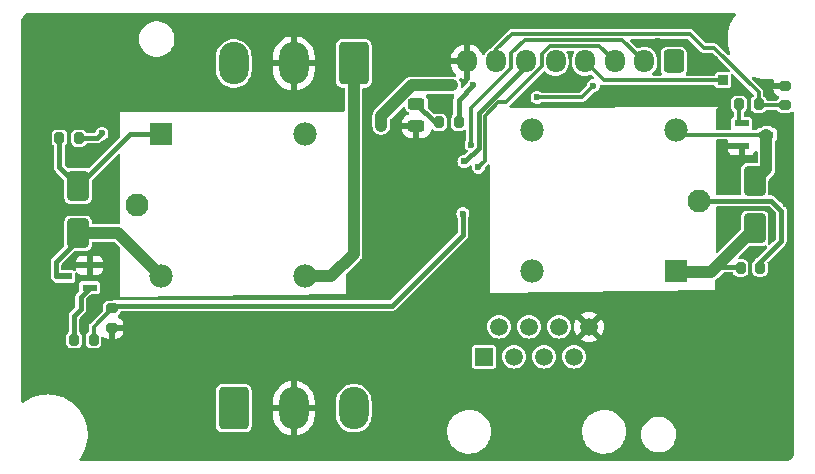
<source format=gbr>
G04 #@! TF.GenerationSoftware,KiCad,Pcbnew,7.99.0-1900-g89780d353a*
G04 #@! TF.CreationDate,2023-08-02T11:36:18+03:00*
G04 #@! TF.ProjectId,RP2040_minimal,52503230-3430-45f6-9d69-6e696d616c2e,REV1*
G04 #@! TF.SameCoordinates,Original*
G04 #@! TF.FileFunction,Copper,L1,Top*
G04 #@! TF.FilePolarity,Positive*
%FSLAX46Y46*%
G04 Gerber Fmt 4.6, Leading zero omitted, Abs format (unit mm)*
G04 Created by KiCad (PCBNEW 7.99.0-1900-g89780d353a) date 2023-08-02 11:36:18*
%MOMM*%
%LPD*%
G01*
G04 APERTURE LIST*
G04 Aperture macros list*
%AMRoundRect*
0 Rectangle with rounded corners*
0 $1 Rounding radius*
0 $2 $3 $4 $5 $6 $7 $8 $9 X,Y pos of 4 corners*
0 Add a 4 corners polygon primitive as box body*
4,1,4,$2,$3,$4,$5,$6,$7,$8,$9,$2,$3,0*
0 Add four circle primitives for the rounded corners*
1,1,$1+$1,$2,$3*
1,1,$1+$1,$4,$5*
1,1,$1+$1,$6,$7*
1,1,$1+$1,$8,$9*
0 Add four rect primitives between the rounded corners*
20,1,$1+$1,$2,$3,$4,$5,0*
20,1,$1+$1,$4,$5,$6,$7,0*
20,1,$1+$1,$6,$7,$8,$9,0*
20,1,$1+$1,$8,$9,$2,$3,0*%
G04 Aperture macros list end*
G04 #@! TA.AperFunction,SMDPad,CuDef*
%ADD10RoundRect,0.200000X-0.275000X0.200000X-0.275000X-0.200000X0.275000X-0.200000X0.275000X0.200000X0*%
G04 #@! TD*
G04 #@! TA.AperFunction,ComponentPad*
%ADD11RoundRect,0.300480X-0.949520X-1.499520X0.949520X-1.499520X0.949520X1.499520X-0.949520X1.499520X0*%
G04 #@! TD*
G04 #@! TA.AperFunction,ComponentPad*
%ADD12O,2.500000X3.600000*%
G04 #@! TD*
G04 #@! TA.AperFunction,SMDPad,CuDef*
%ADD13RoundRect,0.200000X-0.200000X-0.275000X0.200000X-0.275000X0.200000X0.275000X-0.200000X0.275000X0*%
G04 #@! TD*
G04 #@! TA.AperFunction,SMDPad,CuDef*
%ADD14RoundRect,0.250000X-0.650000X1.000000X-0.650000X-1.000000X0.650000X-1.000000X0.650000X1.000000X0*%
G04 #@! TD*
G04 #@! TA.AperFunction,SMDPad,CuDef*
%ADD15R,1.250000X0.600000*%
G04 #@! TD*
G04 #@! TA.AperFunction,SMDPad,CuDef*
%ADD16RoundRect,0.200000X0.200000X0.275000X-0.200000X0.275000X-0.200000X-0.275000X0.200000X-0.275000X0*%
G04 #@! TD*
G04 #@! TA.AperFunction,ComponentPad*
%ADD17RoundRect,0.250000X0.600000X0.725000X-0.600000X0.725000X-0.600000X-0.725000X0.600000X-0.725000X0*%
G04 #@! TD*
G04 #@! TA.AperFunction,ComponentPad*
%ADD18O,1.700000X1.950000*%
G04 #@! TD*
G04 #@! TA.AperFunction,ComponentPad*
%ADD19R,1.980000X1.980000*%
G04 #@! TD*
G04 #@! TA.AperFunction,ComponentPad*
%ADD20C,1.980000*%
G04 #@! TD*
G04 #@! TA.AperFunction,ComponentPad*
%ADD21C,1.935000*%
G04 #@! TD*
G04 #@! TA.AperFunction,ComponentPad*
%ADD22RoundRect,0.300480X0.949520X1.499520X-0.949520X1.499520X-0.949520X-1.499520X0.949520X-1.499520X0*%
G04 #@! TD*
G04 #@! TA.AperFunction,ComponentPad*
%ADD23R,1.500000X1.500000*%
G04 #@! TD*
G04 #@! TA.AperFunction,ComponentPad*
%ADD24C,1.500000*%
G04 #@! TD*
G04 #@! TA.AperFunction,SMDPad,CuDef*
%ADD25RoundRect,0.200000X0.275000X-0.200000X0.275000X0.200000X-0.275000X0.200000X-0.275000X-0.200000X0*%
G04 #@! TD*
G04 #@! TA.AperFunction,ComponentPad*
%ADD26R,0.850000X0.850000*%
G04 #@! TD*
G04 #@! TA.AperFunction,SMDPad,CuDef*
%ADD27RoundRect,0.250000X0.650000X-1.000000X0.650000X1.000000X-0.650000X1.000000X-0.650000X-1.000000X0*%
G04 #@! TD*
G04 #@! TA.AperFunction,SMDPad,CuDef*
%ADD28RoundRect,0.243750X0.456250X-0.243750X0.456250X0.243750X-0.456250X0.243750X-0.456250X-0.243750X0*%
G04 #@! TD*
G04 #@! TA.AperFunction,ViaPad*
%ADD29C,0.600000*%
G04 #@! TD*
G04 #@! TA.AperFunction,Conductor*
%ADD30C,0.400000*%
G04 #@! TD*
G04 #@! TA.AperFunction,Conductor*
%ADD31C,1.000000*%
G04 #@! TD*
G04 #@! TA.AperFunction,Conductor*
%ADD32C,0.300000*%
G04 #@! TD*
G04 APERTURE END LIST*
D10*
X198866000Y-78628400D03*
X198866000Y-80278400D03*
D11*
X152196000Y-105928400D03*
D12*
X157276000Y-105928400D03*
X162356000Y-105928400D03*
D13*
X194971000Y-80188400D03*
X196621000Y-80188400D03*
D14*
X139006000Y-87118400D03*
X139006000Y-91118400D03*
D15*
X139986000Y-95723400D03*
X139986000Y-93813400D03*
X137886000Y-94768400D03*
D16*
X171231000Y-81728400D03*
X169581000Y-81728400D03*
D17*
X189436000Y-76568400D03*
D18*
X186936000Y-76568400D03*
X184436000Y-76568400D03*
X181936000Y-76568400D03*
X179436000Y-76568400D03*
X176936000Y-76568400D03*
X174436000Y-76568400D03*
X171936000Y-76568400D03*
D19*
X189613500Y-94348400D03*
D20*
X189613500Y-82348400D03*
D21*
X191613500Y-88348400D03*
D20*
X177413500Y-94348400D03*
X177413500Y-82348400D03*
D22*
X162356000Y-76725900D03*
D12*
X157276000Y-76725900D03*
X152196000Y-76725900D03*
D23*
X173383500Y-101572400D03*
D24*
X174653500Y-99032400D03*
X175923500Y-101572400D03*
X177193500Y-99032400D03*
X178463500Y-101572400D03*
X179733500Y-99032400D03*
X181003500Y-101572400D03*
X182273500Y-99032400D03*
D25*
X141866000Y-99118400D03*
X141866000Y-97468400D03*
D13*
X138666000Y-100118400D03*
X140316000Y-100118400D03*
D15*
X195186000Y-81803400D03*
X195186000Y-83713400D03*
X197286000Y-82758400D03*
D19*
X146016000Y-82728400D03*
D20*
X146016000Y-94728400D03*
D21*
X144016000Y-88728400D03*
D20*
X158216000Y-82728400D03*
X158216000Y-94728400D03*
D26*
X193606000Y-78158400D03*
D27*
X196306000Y-90688400D03*
X196306000Y-86688400D03*
D28*
X167656000Y-82025900D03*
X167656000Y-80150900D03*
D13*
X137431000Y-83058400D03*
X139081000Y-83058400D03*
X195101000Y-94048400D03*
X196751000Y-94048400D03*
D29*
X167446000Y-75828400D03*
X169486000Y-80258400D03*
X148876000Y-100098400D03*
X193566000Y-79478400D03*
X198986000Y-88658400D03*
X136846000Y-78638400D03*
X166606000Y-75688400D03*
X184266000Y-101848400D03*
X140646000Y-76738400D03*
X141606000Y-94928400D03*
X136226000Y-85618400D03*
X190936000Y-100348400D03*
X193136000Y-73618400D03*
X184736000Y-98058400D03*
X194246000Y-86598400D03*
X164846000Y-75258400D03*
X197726000Y-81378400D03*
X192966000Y-76368400D03*
X193826000Y-81018400D03*
X139756000Y-84318400D03*
X194126000Y-85238400D03*
X194836000Y-108458400D03*
X162306000Y-101508400D03*
X139936000Y-78498400D03*
X198926000Y-103988400D03*
X158676000Y-98828400D03*
X141306000Y-87998400D03*
X169346000Y-90318400D03*
X195996000Y-105318400D03*
X136186000Y-89078400D03*
X197236000Y-108088400D03*
X145426000Y-106958400D03*
X140246000Y-97028400D03*
X136136000Y-96648400D03*
X149786000Y-79618400D03*
X162256000Y-108598400D03*
X188976000Y-98228400D03*
X187606000Y-99758400D03*
X153226000Y-109258400D03*
X159056000Y-108648400D03*
X138096000Y-78568400D03*
X164996000Y-77728400D03*
X188086000Y-74828400D03*
X154506000Y-75628400D03*
X168896000Y-85338400D03*
X143726000Y-104648400D03*
X194186000Y-90398400D03*
X198986000Y-87928400D03*
X136856000Y-100688400D03*
X138966000Y-81938400D03*
X160006000Y-76518400D03*
X142866000Y-100518400D03*
X164496000Y-93628400D03*
X191326000Y-76168400D03*
X146476000Y-78708400D03*
X197296000Y-78628400D03*
X184586000Y-100318400D03*
X194726000Y-78928400D03*
X195996000Y-98038400D03*
X198966000Y-83308400D03*
X141416000Y-92468400D03*
X169976000Y-86378400D03*
X159816000Y-77948400D03*
X135756000Y-94318400D03*
X149856000Y-99248400D03*
X177586000Y-108128400D03*
X168346000Y-76538400D03*
X149996000Y-76808400D03*
X198986000Y-85778400D03*
X173696000Y-75128400D03*
X153096000Y-100098400D03*
X141026000Y-82658400D03*
X172476000Y-78548400D03*
X182626000Y-78618900D03*
X170676000Y-78598400D03*
X177876000Y-79598400D03*
X164676000Y-82018400D03*
X171687000Y-85028400D03*
X171586000Y-89438400D03*
X172286500Y-83618400D03*
X172886000Y-85518400D03*
D30*
X196751000Y-94048400D02*
X196751000Y-93543400D01*
X198556000Y-89198400D02*
X197706000Y-88348400D01*
X171231000Y-81728400D02*
X171231000Y-79793400D01*
X197706000Y-88348400D02*
X191613500Y-88348400D01*
X196751000Y-93543400D02*
X198556000Y-91738400D01*
X140626000Y-83058400D02*
X141026000Y-82658400D01*
X171231000Y-79793400D02*
X172476000Y-78548400D01*
X139081000Y-83058400D02*
X140626000Y-83058400D01*
X198556000Y-91738400D02*
X198556000Y-89198400D01*
X137431000Y-85543400D02*
X139006000Y-87118400D01*
X143396000Y-82728400D02*
X146016000Y-82728400D01*
X137431000Y-83058400D02*
X137431000Y-85543400D01*
X139006000Y-87118400D02*
X143396000Y-82728400D01*
X139006000Y-91648400D02*
X137136000Y-93518400D01*
D31*
X146016000Y-94728400D02*
X142406000Y-91118400D01*
D30*
X137136000Y-93518400D02*
X137136000Y-94748400D01*
D31*
X142406000Y-91118400D02*
X139006000Y-91118400D01*
D30*
X137156000Y-94768400D02*
X137886000Y-94768400D01*
X137136000Y-94748400D02*
X137156000Y-94768400D01*
X139006000Y-91118400D02*
X139006000Y-91648400D01*
X193041000Y-93953400D02*
X192626000Y-94368400D01*
D31*
X189633500Y-94368400D02*
X189613500Y-94348400D01*
D30*
X195006000Y-93953400D02*
X193041000Y-93953400D01*
D31*
X192626000Y-94368400D02*
X189633500Y-94368400D01*
D30*
X195101000Y-94048400D02*
X195006000Y-93953400D01*
D31*
X196306000Y-90688400D02*
X192626000Y-94368400D01*
D32*
X189613500Y-82348400D02*
X190023500Y-82758400D01*
D31*
X196306000Y-86688400D02*
X197286000Y-85708400D01*
X197286000Y-85708400D02*
X197286000Y-82758400D01*
D32*
X190023500Y-82758400D02*
X197286000Y-82758400D01*
X181646500Y-79598400D02*
X177876000Y-79598400D01*
D31*
X167244547Y-78598400D02*
X170676000Y-78598400D01*
D32*
X182626000Y-78618900D02*
X181646500Y-79598400D01*
D31*
X164676000Y-82018400D02*
X164676000Y-81166947D01*
X164676000Y-81166947D02*
X167244547Y-78598400D01*
D32*
X183526000Y-78158400D02*
X181936000Y-76568400D01*
X193606000Y-78158400D02*
X183526000Y-78158400D01*
D30*
X172936000Y-83888139D02*
X172936000Y-80958400D01*
X171586000Y-91238400D02*
X165586000Y-97238400D01*
D32*
X140316000Y-99018400D02*
X141866000Y-97468400D01*
X140316000Y-100003400D02*
X140316000Y-99018400D01*
D30*
X171586000Y-89438400D02*
X171586000Y-91238400D01*
X172936000Y-80958400D02*
X176936000Y-76958400D01*
X171687000Y-85028400D02*
X171795739Y-85028400D01*
X171795739Y-85028400D02*
X172936000Y-83888139D01*
X165586000Y-97238400D02*
X142096000Y-97238400D01*
X176936000Y-76958400D02*
X176936000Y-76568400D01*
D32*
X140441000Y-100128400D02*
X140316000Y-100003400D01*
D30*
X142096000Y-97238400D02*
X141866000Y-97468400D01*
D32*
X196621000Y-79174871D02*
X196621000Y-80188400D01*
X174436000Y-76568400D02*
X174436000Y-75543400D01*
X192884529Y-75438400D02*
X196621000Y-79174871D01*
X175751000Y-74228400D02*
X190806000Y-74228400D01*
X196711000Y-80278400D02*
X196621000Y-80188400D01*
X192016000Y-75438400D02*
X192884529Y-75438400D01*
X174436000Y-75543400D02*
X175751000Y-74228400D01*
X190806000Y-74228400D02*
X192016000Y-75438400D01*
X198866000Y-80278400D02*
X196711000Y-80278400D01*
D31*
X162336000Y-92858400D02*
X162336000Y-76745900D01*
X160466000Y-94728400D02*
X162336000Y-92858400D01*
X162336000Y-76745900D02*
X162356000Y-76725900D01*
X158216000Y-94728400D02*
X160466000Y-94728400D01*
D32*
X194971000Y-80188400D02*
X194971000Y-81588400D01*
X194971000Y-81588400D02*
X195186000Y-81803400D01*
D30*
X138666000Y-100003400D02*
X138791000Y-100128400D01*
X139986000Y-95723400D02*
X139231000Y-96478400D01*
X139231000Y-97543400D02*
X138666000Y-98108400D01*
X139231000Y-96478400D02*
X139231000Y-97543400D01*
X138666000Y-98108400D02*
X138666000Y-100003400D01*
X169581000Y-81728400D02*
X169233500Y-81728400D01*
X169233500Y-81728400D02*
X167656000Y-80150900D01*
D32*
X172286500Y-80469246D02*
X175666000Y-77089746D01*
X176816330Y-74718400D02*
X185086000Y-74718400D01*
X175666000Y-77089746D02*
X175666000Y-75868730D01*
X175666000Y-75868730D02*
X176816330Y-74718400D01*
X185086000Y-74718400D02*
X186936000Y-76568400D01*
X172286500Y-83618400D02*
X172286500Y-80469246D01*
X173436000Y-84968400D02*
X173436000Y-81165506D01*
X183146000Y-75278400D02*
X184436000Y-76568400D01*
X173436000Y-81165506D02*
X174569553Y-80031953D01*
X178286000Y-76969746D02*
X178286000Y-75967054D01*
X174569553Y-80031953D02*
X175223793Y-80031953D01*
X178286000Y-75967054D02*
X178974654Y-75278400D01*
X172886000Y-85518400D02*
X173436000Y-84968400D01*
X178974654Y-75278400D02*
X183146000Y-75278400D01*
X175223793Y-80031953D02*
X178286000Y-76969746D01*
G04 #@! TA.AperFunction,Conductor*
G36*
X194649860Y-72460469D02*
G01*
X194696353Y-72514125D01*
X194706457Y-72584399D01*
X194683142Y-72641256D01*
X194573753Y-72789572D01*
X194573752Y-72789573D01*
X194392583Y-73098617D01*
X194244886Y-73424981D01*
X194132296Y-73765042D01*
X194056048Y-74115076D01*
X194016998Y-74471160D01*
X194015575Y-74829397D01*
X194051789Y-75185766D01*
X194051792Y-75185787D01*
X194125247Y-75536390D01*
X194125250Y-75536401D01*
X194208763Y-75795528D01*
X194233817Y-75873269D01*
X194235138Y-75877366D01*
X194235140Y-75877370D01*
X194235800Y-75878860D01*
X194235848Y-75879227D01*
X194236320Y-75880464D01*
X194236026Y-75880575D01*
X194245095Y-75949246D01*
X194214861Y-76013483D01*
X194154697Y-76051177D01*
X194083705Y-76050360D01*
X194031498Y-76018976D01*
X193145438Y-75132916D01*
X193145437Y-75132915D01*
X193143877Y-75131355D01*
X193143863Y-75131342D01*
X193122871Y-75110350D01*
X193122870Y-75110349D01*
X193122869Y-75110348D01*
X193103267Y-75100360D01*
X193086412Y-75090031D01*
X193068620Y-75077104D01*
X193068618Y-75077103D01*
X193047698Y-75070306D01*
X193029435Y-75062741D01*
X193009835Y-75052755D01*
X193009834Y-75052754D01*
X193009833Y-75052754D01*
X193009831Y-75052753D01*
X193009829Y-75052753D01*
X192988106Y-75049312D01*
X192968887Y-75044698D01*
X192947963Y-75037900D01*
X192947962Y-75037900D01*
X192916048Y-75037900D01*
X192234082Y-75037900D01*
X192165961Y-75017898D01*
X192144991Y-75000999D01*
X191066909Y-73922916D01*
X191066908Y-73922915D01*
X191065348Y-73921355D01*
X191065334Y-73921342D01*
X191044342Y-73900350D01*
X191044341Y-73900349D01*
X191044340Y-73900348D01*
X191024738Y-73890360D01*
X191007883Y-73880031D01*
X190990091Y-73867104D01*
X190990089Y-73867103D01*
X190969169Y-73860306D01*
X190950906Y-73852741D01*
X190931306Y-73842755D01*
X190931305Y-73842754D01*
X190931304Y-73842754D01*
X190931302Y-73842753D01*
X190931300Y-73842753D01*
X190909577Y-73839312D01*
X190890358Y-73834698D01*
X190869434Y-73827900D01*
X190869433Y-73827900D01*
X190837519Y-73827900D01*
X175814433Y-73827900D01*
X175687567Y-73827900D01*
X175673393Y-73832505D01*
X175666640Y-73834699D01*
X175647423Y-73839312D01*
X175625696Y-73842753D01*
X175606091Y-73852742D01*
X175587837Y-73860303D01*
X175566912Y-73867103D01*
X175549110Y-73880036D01*
X175532260Y-73890361D01*
X175512658Y-73900349D01*
X175512655Y-73900351D01*
X174107953Y-75305053D01*
X174107950Y-75305058D01*
X174097962Y-75324658D01*
X174087640Y-75341502D01*
X174074704Y-75359309D01*
X174070201Y-75368147D01*
X174067311Y-75366674D01*
X174036754Y-75411352D01*
X174009349Y-75428414D01*
X173883251Y-75486001D01*
X173883247Y-75486004D01*
X173712048Y-75607914D01*
X173712044Y-75607917D01*
X173567014Y-75760021D01*
X173453386Y-75936828D01*
X173443055Y-75962634D01*
X173399167Y-76018441D01*
X173332074Y-76041660D01*
X173263079Y-76024921D01*
X173214087Y-75973538D01*
X173211266Y-75967702D01*
X173125842Y-75778721D01*
X173125839Y-75778715D01*
X172996393Y-75587194D01*
X172996387Y-75587186D01*
X172836443Y-75420303D01*
X172836435Y-75420297D01*
X172650586Y-75282843D01*
X172444165Y-75178769D01*
X172223137Y-75111080D01*
X172190000Y-75106835D01*
X172190000Y-75979623D01*
X172169998Y-76047744D01*
X172116342Y-76094237D01*
X172046069Y-76104340D01*
X172046068Y-76104340D01*
X171969981Y-76093400D01*
X171969975Y-76093400D01*
X171902025Y-76093400D01*
X171902018Y-76093400D01*
X171825932Y-76104340D01*
X171755658Y-76094237D01*
X171702002Y-76047744D01*
X171682000Y-75979623D01*
X171682000Y-75108961D01*
X171536906Y-75140231D01*
X171322412Y-75226422D01*
X171125564Y-75347627D01*
X170952038Y-75500351D01*
X170952035Y-75500354D01*
X170806819Y-75680200D01*
X170694077Y-75882017D01*
X170617068Y-76099969D01*
X170617068Y-76099970D01*
X170580301Y-76314400D01*
X171347212Y-76314400D01*
X171415333Y-76334402D01*
X171461826Y-76388058D01*
X171471930Y-76458332D01*
X171468109Y-76475891D01*
X171461000Y-76500105D01*
X171461000Y-76636695D01*
X171468108Y-76660902D01*
X171468108Y-76731898D01*
X171429725Y-76791624D01*
X171365144Y-76821117D01*
X171347212Y-76822400D01*
X170584069Y-76822400D01*
X170592694Y-76923733D01*
X170592695Y-76923739D01*
X170650940Y-77147433D01*
X170746157Y-77358078D01*
X170746160Y-77358084D01*
X170875602Y-77549600D01*
X170875607Y-77549606D01*
X170982972Y-77661630D01*
X171015666Y-77724650D01*
X171009099Y-77795343D01*
X170965356Y-77851262D01*
X170898324Y-77874655D01*
X170862951Y-77871418D01*
X170763721Y-77847900D01*
X170763719Y-77847900D01*
X167308399Y-77847900D01*
X167290140Y-77846570D01*
X167266524Y-77843111D01*
X167214520Y-77847660D01*
X167209027Y-77847900D01*
X167200834Y-77847900D01*
X167168271Y-77851706D01*
X167091756Y-77858400D01*
X167091752Y-77858400D01*
X167091750Y-77858401D01*
X167091748Y-77858401D01*
X167084563Y-77859885D01*
X167084547Y-77859809D01*
X167077405Y-77861393D01*
X167077423Y-77861469D01*
X167070290Y-77863159D01*
X167038705Y-77874655D01*
X166998123Y-77889425D01*
X166962304Y-77901294D01*
X166925218Y-77913584D01*
X166925215Y-77913585D01*
X166925213Y-77913586D01*
X166925210Y-77913587D01*
X166918568Y-77916685D01*
X166918535Y-77916615D01*
X166911949Y-77919804D01*
X166911983Y-77919872D01*
X166905429Y-77923163D01*
X166841262Y-77965365D01*
X166775892Y-78005686D01*
X166770139Y-78010236D01*
X166770091Y-78010175D01*
X166764424Y-78014791D01*
X166764474Y-78014851D01*
X166758853Y-78019567D01*
X166706161Y-78075417D01*
X164190464Y-80591113D01*
X164176615Y-80603082D01*
X164157476Y-80617331D01*
X164157467Y-80617339D01*
X164123923Y-80657315D01*
X164120216Y-80661360D01*
X164114414Y-80667163D01*
X164094060Y-80692905D01*
X164044697Y-80751734D01*
X164040664Y-80757866D01*
X164040600Y-80757824D01*
X164036676Y-80763984D01*
X164036741Y-80764024D01*
X164032888Y-80770270D01*
X164000424Y-80839889D01*
X163965960Y-80908512D01*
X163963450Y-80915410D01*
X163963377Y-80915383D01*
X163960978Y-80922283D01*
X163961051Y-80922307D01*
X163958743Y-80929270D01*
X163943207Y-81004512D01*
X163925499Y-81079228D01*
X163924648Y-81086516D01*
X163924569Y-81086506D01*
X163923827Y-81093773D01*
X163923906Y-81093780D01*
X163923266Y-81101091D01*
X163925500Y-81177863D01*
X163925500Y-82062112D01*
X163940758Y-82192654D01*
X163940759Y-82192656D01*
X164000761Y-82357512D01*
X164000763Y-82357517D01*
X164000766Y-82357522D01*
X164000768Y-82357525D01*
X164097167Y-82504093D01*
X164097169Y-82504095D01*
X164097170Y-82504096D01*
X164224782Y-82624492D01*
X164224784Y-82624493D01*
X164353313Y-82698699D01*
X164376719Y-82712212D01*
X164544790Y-82762530D01*
X164719935Y-82772731D01*
X164892711Y-82742265D01*
X165053804Y-82672777D01*
X165194530Y-82568010D01*
X165307302Y-82433614D01*
X165384500Y-82279900D01*
X166448001Y-82279900D01*
X166448001Y-82319747D01*
X166458517Y-82422702D01*
X166513793Y-82589512D01*
X166606051Y-82739086D01*
X166606056Y-82739092D01*
X166730307Y-82863343D01*
X166730313Y-82863348D01*
X166879887Y-82955606D01*
X167046691Y-83010880D01*
X167046703Y-83010882D01*
X167149645Y-83021399D01*
X167402000Y-83021399D01*
X167402000Y-82279900D01*
X166448001Y-82279900D01*
X165384500Y-82279900D01*
X165386040Y-82276833D01*
X165426500Y-82106121D01*
X165426500Y-81530003D01*
X165446502Y-81461883D01*
X165463405Y-81440909D01*
X165978270Y-80926044D01*
X166495681Y-80408632D01*
X166557991Y-80374609D01*
X166628806Y-80379673D01*
X166685642Y-80422220D01*
X166710052Y-80484263D01*
X166711828Y-80500788D01*
X166711828Y-80500790D01*
X166761496Y-80633953D01*
X166761498Y-80633957D01*
X166846668Y-80747731D01*
X166960442Y-80832901D01*
X166960446Y-80832903D01*
X166961006Y-80833112D01*
X166961483Y-80833469D01*
X166968351Y-80837219D01*
X166967811Y-80838206D01*
X167017842Y-80875659D01*
X167042652Y-80942179D01*
X167027560Y-81011553D01*
X166977358Y-81061755D01*
X166956607Y-81070771D01*
X166879886Y-81096194D01*
X166730313Y-81188451D01*
X166730307Y-81188456D01*
X166606056Y-81312707D01*
X166606051Y-81312713D01*
X166513793Y-81462287D01*
X166458519Y-81629091D01*
X166458517Y-81629103D01*
X166448000Y-81732044D01*
X166448000Y-81771900D01*
X167784000Y-81771900D01*
X167852121Y-81791902D01*
X167898614Y-81845558D01*
X167910000Y-81897900D01*
X167910000Y-83021399D01*
X168162347Y-83021399D01*
X168265302Y-83010882D01*
X168432112Y-82955606D01*
X168581686Y-82863348D01*
X168581692Y-82863343D01*
X168705943Y-82739092D01*
X168705948Y-82739086D01*
X168798206Y-82589512D01*
X168853480Y-82422708D01*
X168853481Y-82422702D01*
X168854660Y-82411161D01*
X168881479Y-82345425D01*
X168939581Y-82304624D01*
X169010518Y-82301712D01*
X169054829Y-82322583D01*
X169168114Y-82406191D01*
X169168118Y-82406193D01*
X169246791Y-82433722D01*
X169296301Y-82451046D01*
X169326734Y-82453900D01*
X169326736Y-82453900D01*
X169835264Y-82453900D01*
X169835266Y-82453900D01*
X169865699Y-82451046D01*
X169993882Y-82406193D01*
X170028323Y-82380775D01*
X170103150Y-82325550D01*
X170183791Y-82216285D01*
X170183793Y-82216281D01*
X170184603Y-82213968D01*
X170228646Y-82088099D01*
X170231500Y-82057666D01*
X170231500Y-81399134D01*
X170228646Y-81368701D01*
X170183793Y-81240518D01*
X170183791Y-81240514D01*
X170103150Y-81131249D01*
X169993885Y-81050608D01*
X169993881Y-81050606D01*
X169865704Y-81005755D01*
X169865700Y-81005754D01*
X169835266Y-81002900D01*
X169326734Y-81002900D01*
X169326733Y-81002900D01*
X169296300Y-81005754D01*
X169261137Y-81018058D01*
X169190233Y-81021676D01*
X169130428Y-80988224D01*
X168643404Y-80501201D01*
X168609379Y-80438888D01*
X168606499Y-80412113D01*
X168606499Y-79859880D01*
X168600171Y-79801009D01*
X168550503Y-79667846D01*
X168550501Y-79667842D01*
X168462591Y-79550409D01*
X168437780Y-79483889D01*
X168452871Y-79414515D01*
X168503073Y-79364313D01*
X168563459Y-79348900D01*
X170719710Y-79348900D01*
X170730012Y-79347695D01*
X170737050Y-79346873D01*
X170807033Y-79358831D01*
X170859441Y-79406725D01*
X170877636Y-79475351D01*
X170855841Y-79542919D01*
X170853061Y-79546841D01*
X170828204Y-79580521D01*
X170824215Y-79588069D01*
X170820527Y-79595728D01*
X170802992Y-79652577D01*
X170783354Y-79708701D01*
X170781766Y-79717088D01*
X170780500Y-79725496D01*
X170780500Y-79784974D01*
X170778276Y-79844411D01*
X170779333Y-79853790D01*
X170778474Y-79853886D01*
X170780499Y-79869296D01*
X170780499Y-81014762D01*
X170760497Y-81082883D01*
X170729322Y-81116140D01*
X170708848Y-81131250D01*
X170628208Y-81240513D01*
X170628206Y-81240518D01*
X170583355Y-81368695D01*
X170583354Y-81368699D01*
X170580500Y-81399133D01*
X170580500Y-82057666D01*
X170583354Y-82088100D01*
X170583355Y-82088104D01*
X170628206Y-82216281D01*
X170628208Y-82216285D01*
X170708849Y-82325550D01*
X170818114Y-82406191D01*
X170818118Y-82406193D01*
X170896791Y-82433722D01*
X170946301Y-82451046D01*
X170976734Y-82453900D01*
X170976736Y-82453900D01*
X171485264Y-82453900D01*
X171485266Y-82453900D01*
X171515699Y-82451046D01*
X171643882Y-82406193D01*
X171685178Y-82375714D01*
X171751865Y-82351357D01*
X171821135Y-82366919D01*
X171870995Y-82417461D01*
X171886000Y-82477094D01*
X171886000Y-83193276D01*
X171865998Y-83261397D01*
X171859962Y-83269980D01*
X171805637Y-83340775D01*
X171750170Y-83474690D01*
X171731250Y-83618399D01*
X171731250Y-83618400D01*
X171750170Y-83762109D01*
X171805637Y-83896024D01*
X171893876Y-84011018D01*
X171893877Y-84011019D01*
X171893879Y-84011021D01*
X171939534Y-84046053D01*
X171981400Y-84103390D01*
X171985622Y-84174261D01*
X171951924Y-84235110D01*
X171748205Y-84438829D01*
X171685893Y-84472855D01*
X171675557Y-84474656D01*
X171543290Y-84492070D01*
X171409375Y-84547537D01*
X171294378Y-84635778D01*
X171206137Y-84750775D01*
X171150670Y-84884690D01*
X171131750Y-85028399D01*
X171131750Y-85028400D01*
X171150670Y-85172109D01*
X171206137Y-85306024D01*
X171294378Y-85421021D01*
X171409375Y-85509262D01*
X171493821Y-85544239D01*
X171543291Y-85564730D01*
X171687000Y-85583650D01*
X171830709Y-85564730D01*
X171915155Y-85529751D01*
X171964624Y-85509262D01*
X172013172Y-85472009D01*
X172079621Y-85421021D01*
X172111973Y-85378859D01*
X172169310Y-85336992D01*
X172240181Y-85332770D01*
X172302084Y-85367533D01*
X172335365Y-85430246D01*
X172336857Y-85472009D01*
X172330750Y-85518398D01*
X172330750Y-85518400D01*
X172349670Y-85662109D01*
X172405137Y-85796024D01*
X172493378Y-85911021D01*
X172608375Y-85999262D01*
X172692821Y-86034239D01*
X172742291Y-86054730D01*
X172886000Y-86073650D01*
X173029709Y-86054730D01*
X173114155Y-86019751D01*
X173163624Y-85999262D01*
X173278621Y-85911021D01*
X173366862Y-85796024D01*
X173422330Y-85662109D01*
X173428150Y-85617900D01*
X173433977Y-85573636D01*
X173462699Y-85508709D01*
X173469791Y-85500999D01*
X173671510Y-85299281D01*
X173733821Y-85265257D01*
X173804637Y-85270322D01*
X173861472Y-85312869D01*
X173886283Y-85379390D01*
X173886604Y-85388619D01*
X173865999Y-96158399D01*
X173866000Y-96158398D01*
X173866000Y-96158400D01*
X192976000Y-95918400D01*
X192977590Y-95103394D01*
X192997725Y-95035314D01*
X193037444Y-94996400D01*
X193094656Y-94961112D01*
X193094658Y-94961109D01*
X193100420Y-94956555D01*
X193100469Y-94956617D01*
X193106120Y-94952014D01*
X193106068Y-94951952D01*
X193111687Y-94947235D01*
X193111696Y-94947230D01*
X193134682Y-94922865D01*
X193164386Y-94891382D01*
X193614964Y-94440804D01*
X193677276Y-94406779D01*
X193704059Y-94403900D01*
X194362483Y-94403900D01*
X194430604Y-94423902D01*
X194477097Y-94477558D01*
X194481406Y-94488269D01*
X194498207Y-94536282D01*
X194498208Y-94536283D01*
X194498209Y-94536286D01*
X194578849Y-94645550D01*
X194688114Y-94726191D01*
X194688118Y-94726193D01*
X194800265Y-94765435D01*
X194816301Y-94771046D01*
X194846734Y-94773900D01*
X194846736Y-94773900D01*
X195355264Y-94773900D01*
X195355266Y-94773900D01*
X195385699Y-94771046D01*
X195513882Y-94726193D01*
X195518075Y-94723099D01*
X195623150Y-94645550D01*
X195703791Y-94536285D01*
X195703793Y-94536281D01*
X195703975Y-94535763D01*
X195748646Y-94408099D01*
X195751500Y-94377666D01*
X195751500Y-93719134D01*
X195748646Y-93688701D01*
X195703793Y-93560518D01*
X195703791Y-93560514D01*
X195623150Y-93451249D01*
X195513885Y-93370608D01*
X195513881Y-93370606D01*
X195385704Y-93325755D01*
X195385700Y-93325754D01*
X195355266Y-93322900D01*
X195037057Y-93322900D01*
X194968936Y-93302898D01*
X194922443Y-93249242D01*
X194912339Y-93178968D01*
X194941833Y-93114388D01*
X194947962Y-93107805D01*
X195829963Y-92225804D01*
X195892275Y-92191778D01*
X195919058Y-92188899D01*
X197003865Y-92188899D01*
X197003872Y-92188899D01*
X197063483Y-92182491D01*
X197176788Y-92140230D01*
X197247601Y-92135167D01*
X197309914Y-92169192D01*
X197343939Y-92231504D01*
X197338874Y-92302320D01*
X197309913Y-92347382D01*
X196452843Y-93204453D01*
X196447572Y-93209164D01*
X196417030Y-93233520D01*
X196383519Y-93282671D01*
X196348204Y-93330520D01*
X196344218Y-93338063D01*
X196336823Y-93353418D01*
X196298126Y-93400121D01*
X196228851Y-93451248D01*
X196148206Y-93560517D01*
X196148206Y-93560518D01*
X196103355Y-93688695D01*
X196103354Y-93688699D01*
X196100500Y-93719133D01*
X196100500Y-94377666D01*
X196103354Y-94408100D01*
X196103355Y-94408104D01*
X196148206Y-94536281D01*
X196148208Y-94536285D01*
X196228849Y-94645550D01*
X196338114Y-94726191D01*
X196338118Y-94726193D01*
X196450265Y-94765435D01*
X196466301Y-94771046D01*
X196496734Y-94773900D01*
X196496736Y-94773900D01*
X197005264Y-94773900D01*
X197005266Y-94773900D01*
X197035699Y-94771046D01*
X197163882Y-94726193D01*
X197168075Y-94723099D01*
X197273150Y-94645550D01*
X197353791Y-94536285D01*
X197353793Y-94536281D01*
X197353975Y-94535763D01*
X197398646Y-94408099D01*
X197401500Y-94377666D01*
X197401500Y-93719134D01*
X197398646Y-93688701D01*
X197384396Y-93647979D01*
X197380777Y-93577078D01*
X197414229Y-93517273D01*
X198854175Y-92077327D01*
X198859419Y-92072641D01*
X198889970Y-92048279D01*
X198923476Y-91999134D01*
X198958792Y-91951283D01*
X198962789Y-91943720D01*
X198966471Y-91936074D01*
X198966470Y-91936074D01*
X198966472Y-91936073D01*
X198984008Y-91879220D01*
X199003646Y-91823100D01*
X199003646Y-91823093D01*
X199005228Y-91814735D01*
X199006500Y-91806301D01*
X199006500Y-91746826D01*
X199006895Y-91736273D01*
X199008724Y-91687390D01*
X199008722Y-91687384D01*
X199007667Y-91678010D01*
X199008528Y-91677912D01*
X199006500Y-91662503D01*
X199006500Y-89227242D01*
X199006896Y-89220182D01*
X199011270Y-89181365D01*
X199005740Y-89152137D01*
X199000211Y-89122912D01*
X198996859Y-89100680D01*
X198991348Y-89064113D01*
X198991345Y-89064108D01*
X198988824Y-89055932D01*
X198986023Y-89047927D01*
X198958222Y-88995326D01*
X198932426Y-88941760D01*
X198927628Y-88934722D01*
X198922562Y-88927858D01*
X198880516Y-88885813D01*
X198840054Y-88842204D01*
X198832674Y-88836319D01*
X198833213Y-88835642D01*
X198820880Y-88826177D01*
X198470649Y-88475946D01*
X198044942Y-88050239D01*
X198040239Y-88044976D01*
X198015880Y-88014431D01*
X198015881Y-88014431D01*
X197966728Y-87980919D01*
X197918879Y-87945604D01*
X197911330Y-87941614D01*
X197903674Y-87937928D01*
X197846822Y-87920392D01*
X197790696Y-87900753D01*
X197782320Y-87899167D01*
X197773905Y-87897900D01*
X197773902Y-87897900D01*
X197714426Y-87897900D01*
X197654990Y-87895676D01*
X197654989Y-87895676D01*
X197645610Y-87896733D01*
X197645512Y-87895871D01*
X197630103Y-87897900D01*
X197579396Y-87897900D01*
X197511275Y-87877898D01*
X197464782Y-87824242D01*
X197454118Y-87758431D01*
X197456499Y-87736283D01*
X197456499Y-87736282D01*
X197456500Y-87736273D01*
X197456499Y-86651457D01*
X197476501Y-86583337D01*
X197493404Y-86562363D01*
X197771535Y-86284232D01*
X197785385Y-86272262D01*
X197804530Y-86258010D01*
X197838099Y-86218002D01*
X197841787Y-86213978D01*
X197847590Y-86208177D01*
X197867927Y-86182455D01*
X197917302Y-86123614D01*
X197921337Y-86117480D01*
X197921404Y-86117524D01*
X197925324Y-86111370D01*
X197925256Y-86111328D01*
X197929108Y-86105081D01*
X197929108Y-86105080D01*
X197929111Y-86105077D01*
X197961569Y-86035469D01*
X197996040Y-85966833D01*
X197996041Y-85966827D01*
X197998551Y-85959935D01*
X197998626Y-85959962D01*
X198001024Y-85953061D01*
X198000948Y-85953036D01*
X198003258Y-85946066D01*
X198018784Y-85870867D01*
X198036500Y-85796121D01*
X198037352Y-85788833D01*
X198037429Y-85788842D01*
X198038172Y-85781575D01*
X198038093Y-85781569D01*
X198038731Y-85774264D01*
X198038733Y-85774256D01*
X198036500Y-85697502D01*
X198036500Y-83343166D01*
X198056502Y-83275045D01*
X198083061Y-83248008D01*
X198082827Y-83247774D01*
X198091597Y-83239003D01*
X198091601Y-83239001D01*
X198146966Y-83156140D01*
X198161500Y-83083074D01*
X198161500Y-82433726D01*
X198146966Y-82360660D01*
X198091601Y-82277799D01*
X198008740Y-82222434D01*
X198008739Y-82222433D01*
X197935677Y-82207900D01*
X197935674Y-82207900D01*
X197846198Y-82207900D01*
X197778077Y-82187898D01*
X197759732Y-82173549D01*
X197737219Y-82152309D01*
X197737215Y-82152306D01*
X197585282Y-82064588D01*
X197529257Y-82047815D01*
X197417210Y-82014270D01*
X197358828Y-82010869D01*
X197242069Y-82004069D01*
X197242067Y-82004069D01*
X197242066Y-82004069D01*
X197242065Y-82004069D01*
X197069289Y-82034535D01*
X197069286Y-82034536D01*
X197069287Y-82034536D01*
X196908197Y-82104022D01*
X196905378Y-82106121D01*
X196802153Y-82182968D01*
X196735569Y-82207602D01*
X196726913Y-82207900D01*
X196636322Y-82207900D01*
X196563260Y-82222433D01*
X196480399Y-82277799D01*
X196464295Y-82301901D01*
X196409818Y-82347429D01*
X196359529Y-82357900D01*
X196169316Y-82357900D01*
X196101195Y-82337898D01*
X196054702Y-82284242D01*
X196044598Y-82213968D01*
X196045737Y-82207318D01*
X196046966Y-82201140D01*
X196061500Y-82128074D01*
X196061500Y-81478726D01*
X196046966Y-81405660D01*
X195991601Y-81322799D01*
X195908740Y-81267434D01*
X195908739Y-81267433D01*
X195835677Y-81252900D01*
X195835674Y-81252900D01*
X195497500Y-81252900D01*
X195429379Y-81232898D01*
X195382886Y-81179242D01*
X195371500Y-81126900D01*
X195371500Y-80938939D01*
X195391502Y-80870818D01*
X195422676Y-80837561D01*
X195493150Y-80785550D01*
X195493150Y-80785548D01*
X195493152Y-80785548D01*
X195573791Y-80676285D01*
X195573793Y-80676281D01*
X195580430Y-80657315D01*
X195618646Y-80548099D01*
X195621500Y-80517666D01*
X195621500Y-79859134D01*
X195618646Y-79828701D01*
X195610087Y-79804242D01*
X195573793Y-79700518D01*
X195573791Y-79700514D01*
X195493150Y-79591249D01*
X195383885Y-79510608D01*
X195383881Y-79510606D01*
X195255704Y-79465755D01*
X195255700Y-79465754D01*
X195225266Y-79462900D01*
X194716734Y-79462900D01*
X194716733Y-79462900D01*
X194686299Y-79465754D01*
X194686295Y-79465755D01*
X194558118Y-79510606D01*
X194558114Y-79510608D01*
X194448849Y-79591249D01*
X194368208Y-79700514D01*
X194368206Y-79700518D01*
X194323355Y-79828695D01*
X194323354Y-79828699D01*
X194320500Y-79859133D01*
X194320500Y-80517666D01*
X194323354Y-80548100D01*
X194323355Y-80548104D01*
X194368206Y-80676281D01*
X194368208Y-80676285D01*
X194448847Y-80785548D01*
X194448850Y-80785550D01*
X194519322Y-80837560D01*
X194562253Y-80894104D01*
X194570500Y-80938939D01*
X194570500Y-81142696D01*
X194550498Y-81210817D01*
X194496842Y-81257310D01*
X194469088Y-81266274D01*
X194463261Y-81267433D01*
X194463260Y-81267433D01*
X194380399Y-81322799D01*
X194325033Y-81405660D01*
X194310500Y-81478722D01*
X194310500Y-82128077D01*
X194326263Y-82207318D01*
X194319935Y-82278032D01*
X194276381Y-82334099D01*
X194209429Y-82357719D01*
X194202684Y-82357900D01*
X193128714Y-82357900D01*
X193060593Y-82337898D01*
X193014100Y-82284242D01*
X193002714Y-82231654D01*
X193002749Y-82213968D01*
X193005844Y-80627961D01*
X193025979Y-80559883D01*
X193077903Y-80514340D01*
X193196000Y-80458400D01*
X193195997Y-80458400D01*
X175649879Y-80476581D01*
X175581737Y-80456649D01*
X175535189Y-80403042D01*
X175525012Y-80332779D01*
X175554438Y-80268167D01*
X175560653Y-80261486D01*
X176271730Y-79550409D01*
X178416644Y-77405493D01*
X178478954Y-77371470D01*
X178549769Y-77376534D01*
X178604778Y-77416701D01*
X178635908Y-77456286D01*
X178635910Y-77456288D01*
X178635914Y-77456292D01*
X178794738Y-77593914D01*
X178794744Y-77593919D01*
X178976756Y-77699004D01*
X178976757Y-77699004D01*
X178976760Y-77699006D01*
X179121140Y-77748975D01*
X179175367Y-77767744D01*
X179175374Y-77767745D01*
X179383396Y-77797654D01*
X179383397Y-77797653D01*
X179383398Y-77797654D01*
X179427904Y-77795534D01*
X179593319Y-77787655D01*
X179593323Y-77787654D01*
X179593330Y-77787654D01*
X179797576Y-77738104D01*
X179799565Y-77737196D01*
X179838549Y-77719392D01*
X179988753Y-77650796D01*
X180159952Y-77528886D01*
X180304986Y-77376778D01*
X180418613Y-77199972D01*
X180496725Y-77004857D01*
X180536500Y-76798485D01*
X180536500Y-76390975D01*
X180521528Y-76234182D01*
X180462316Y-76032525D01*
X180462313Y-76032520D01*
X180462312Y-76032516D01*
X180374733Y-75862636D01*
X180361297Y-75792923D01*
X180387683Y-75727012D01*
X180445516Y-75685830D01*
X180486726Y-75678900D01*
X180888395Y-75678900D01*
X180956516Y-75698902D01*
X181003009Y-75752558D01*
X181013113Y-75822832D01*
X180994393Y-75873021D01*
X180953387Y-75936827D01*
X180875274Y-76131945D01*
X180835500Y-76338310D01*
X180835500Y-76745823D01*
X180835501Y-76745844D01*
X180850470Y-76902607D01*
X180850473Y-76902622D01*
X180909683Y-77104272D01*
X180909687Y-77104283D01*
X181005986Y-77291078D01*
X181005988Y-77291081D01*
X181017024Y-77305114D01*
X181135908Y-77456286D01*
X181135911Y-77456288D01*
X181135914Y-77456292D01*
X181294738Y-77593914D01*
X181294744Y-77593919D01*
X181476756Y-77699004D01*
X181476757Y-77699004D01*
X181476760Y-77699006D01*
X181621140Y-77748975D01*
X181675367Y-77767744D01*
X181675374Y-77767745D01*
X181883396Y-77797654D01*
X181883397Y-77797653D01*
X181883398Y-77797654D01*
X181927904Y-77795534D01*
X182093319Y-77787655D01*
X182093323Y-77787654D01*
X182093330Y-77787654D01*
X182297576Y-77738104D01*
X182383948Y-77698658D01*
X182454219Y-77688554D01*
X182518800Y-77718046D01*
X182525384Y-77724177D01*
X182656401Y-77855194D01*
X182690427Y-77917506D01*
X182685362Y-77988321D01*
X182642815Y-78045157D01*
X182583754Y-78069211D01*
X182482290Y-78082570D01*
X182348375Y-78138037D01*
X182233378Y-78226278D01*
X182145137Y-78341275D01*
X182089670Y-78475190D01*
X182078021Y-78563665D01*
X182049297Y-78628592D01*
X182042195Y-78636311D01*
X181517510Y-79160996D01*
X181455200Y-79195020D01*
X181428417Y-79197900D01*
X178301124Y-79197900D01*
X178233003Y-79177898D01*
X178224420Y-79171862D01*
X178153624Y-79117537D01*
X178019709Y-79062070D01*
X177876000Y-79043150D01*
X177732290Y-79062070D01*
X177598375Y-79117537D01*
X177483378Y-79205778D01*
X177395137Y-79320775D01*
X177339670Y-79454690D01*
X177320750Y-79598399D01*
X177320750Y-79598400D01*
X177339670Y-79742109D01*
X177395137Y-79876024D01*
X177483378Y-79991021D01*
X177598375Y-80079262D01*
X177682821Y-80114239D01*
X177732291Y-80134730D01*
X177857079Y-80151158D01*
X177875999Y-80153650D01*
X177875999Y-80153649D01*
X177876000Y-80153650D01*
X178019709Y-80134730D01*
X178104155Y-80099751D01*
X178153624Y-80079262D01*
X178224420Y-80024938D01*
X178290640Y-79999337D01*
X178301124Y-79998900D01*
X181709931Y-79998900D01*
X181709933Y-79998900D01*
X181730860Y-79992100D01*
X181750069Y-79987488D01*
X181771804Y-79984046D01*
X181791410Y-79974055D01*
X181809661Y-79966495D01*
X181830590Y-79959696D01*
X181848391Y-79946762D01*
X181865241Y-79936436D01*
X181884842Y-79926450D01*
X181900222Y-79911069D01*
X181900226Y-79911066D01*
X181907406Y-79903885D01*
X181907409Y-79903884D01*
X182608588Y-79202702D01*
X182670899Y-79168679D01*
X182681230Y-79166878D01*
X182769709Y-79155230D01*
X182769708Y-79155229D01*
X182903624Y-79099762D01*
X183018621Y-79011521D01*
X183106862Y-78896524D01*
X183132801Y-78833899D01*
X183162330Y-78762609D01*
X183180590Y-78623905D01*
X183209312Y-78558981D01*
X183268577Y-78519889D01*
X183339569Y-78519044D01*
X183344416Y-78520511D01*
X183362836Y-78526495D01*
X183381095Y-78534059D01*
X183400696Y-78544046D01*
X183406472Y-78544960D01*
X183422425Y-78547488D01*
X183441642Y-78552101D01*
X183462567Y-78558900D01*
X183494481Y-78558900D01*
X192817313Y-78558900D01*
X192885434Y-78578902D01*
X192931927Y-78632558D01*
X192940892Y-78660318D01*
X192945033Y-78681139D01*
X192945034Y-78681140D01*
X193000399Y-78764001D01*
X193083260Y-78819366D01*
X193156326Y-78833900D01*
X194055674Y-78833900D01*
X194128740Y-78819366D01*
X194211601Y-78764001D01*
X194266966Y-78681140D01*
X194281500Y-78608074D01*
X194281500Y-77708726D01*
X194281499Y-77708720D01*
X194281499Y-77705953D01*
X194301501Y-77637832D01*
X194355157Y-77591339D01*
X194425431Y-77581235D01*
X194490011Y-77610728D01*
X194496594Y-77616858D01*
X196183595Y-79303859D01*
X196217621Y-79366171D01*
X196220500Y-79392954D01*
X196220500Y-79437861D01*
X196200498Y-79505982D01*
X196169323Y-79539238D01*
X196154188Y-79550409D01*
X196098847Y-79591251D01*
X196018208Y-79700514D01*
X196018206Y-79700518D01*
X195973355Y-79828695D01*
X195973354Y-79828699D01*
X195970500Y-79859133D01*
X195970500Y-80517666D01*
X195973354Y-80548100D01*
X195973355Y-80548104D01*
X196018206Y-80676281D01*
X196018208Y-80676285D01*
X196098849Y-80785550D01*
X196208114Y-80866191D01*
X196208118Y-80866193D01*
X196336301Y-80911046D01*
X196366734Y-80913900D01*
X196366736Y-80913900D01*
X196875264Y-80913900D01*
X196875266Y-80913900D01*
X196905699Y-80911046D01*
X197033882Y-80866193D01*
X197078706Y-80833112D01*
X197143150Y-80785550D01*
X197184090Y-80730079D01*
X197240635Y-80687147D01*
X197285469Y-80678900D01*
X198115461Y-80678900D01*
X198183582Y-80698902D01*
X198216838Y-80730076D01*
X198241863Y-80763984D01*
X198268851Y-80800552D01*
X198378114Y-80881191D01*
X198378118Y-80881193D01*
X198495615Y-80922307D01*
X198506301Y-80926046D01*
X198536734Y-80928900D01*
X198536736Y-80928900D01*
X199195264Y-80928900D01*
X199195266Y-80928900D01*
X199225699Y-80926046D01*
X199353882Y-80881193D01*
X199439176Y-80818243D01*
X199505861Y-80793886D01*
X199575131Y-80809448D01*
X199624991Y-80859990D01*
X199639996Y-80919623D01*
X199639996Y-109635651D01*
X199639995Y-109635669D01*
X199639995Y-109684401D01*
X199639692Y-109690578D01*
X199627773Y-109811604D01*
X199622955Y-109835831D01*
X199590354Y-109943304D01*
X199580901Y-109966124D01*
X199527960Y-110065171D01*
X199514238Y-110085709D01*
X199442992Y-110172524D01*
X199425526Y-110189990D01*
X199338713Y-110261236D01*
X199318174Y-110274960D01*
X199219126Y-110327901D01*
X199196308Y-110337352D01*
X199088840Y-110369953D01*
X199064613Y-110374772D01*
X198943654Y-110386685D01*
X198937475Y-110386989D01*
X139251798Y-110386989D01*
X139183677Y-110366987D01*
X139137184Y-110313331D01*
X139127080Y-110243057D01*
X139150392Y-110186204D01*
X139160481Y-110172524D01*
X139259736Y-110037938D01*
X139440888Y-109728898D01*
X139588572Y-109402537D01*
X139701154Y-109062468D01*
X139777388Y-108712453D01*
X139812555Y-108391710D01*
X139816430Y-108356370D01*
X139816452Y-108350745D01*
X139817847Y-107998149D01*
X139781625Y-107641765D01*
X139745856Y-107471049D01*
X150695500Y-107471049D01*
X150695501Y-107471060D01*
X150706132Y-107559598D01*
X150761696Y-107700498D01*
X150761698Y-107700501D01*
X150853214Y-107821185D01*
X150900067Y-107856714D01*
X150973900Y-107912703D01*
X151114801Y-107968267D01*
X151203345Y-107978900D01*
X153188654Y-107978899D01*
X153277199Y-107968267D01*
X153418100Y-107912703D01*
X153538785Y-107821185D01*
X153630303Y-107700500D01*
X153685867Y-107559599D01*
X153696500Y-107471055D01*
X153696500Y-106544191D01*
X155518000Y-106544191D01*
X155532760Y-106741153D01*
X155591392Y-106998034D01*
X155591393Y-106998036D01*
X155687651Y-107243300D01*
X155687653Y-107243304D01*
X155819396Y-107471490D01*
X155983682Y-107677497D01*
X156176832Y-107856714D01*
X156176837Y-107856718D01*
X156394525Y-108005136D01*
X156394532Y-108005140D01*
X156631923Y-108119462D01*
X156883704Y-108197128D01*
X156883712Y-108197129D01*
X157022000Y-108217972D01*
X157022000Y-106845836D01*
X157042002Y-106777715D01*
X157095658Y-106731222D01*
X157162108Y-106720629D01*
X157184386Y-106723139D01*
X157231066Y-106728400D01*
X157231074Y-106728400D01*
X157320934Y-106728400D01*
X157367613Y-106723139D01*
X157389891Y-106720629D01*
X157459822Y-106732876D01*
X157512031Y-106780988D01*
X157530000Y-106845836D01*
X157530000Y-108217972D01*
X157668287Y-108197129D01*
X157668295Y-108197128D01*
X157920076Y-108119462D01*
X158157467Y-108005140D01*
X158157474Y-108005136D01*
X158179432Y-107990165D01*
X170259288Y-107990165D01*
X170288912Y-108259414D01*
X170357428Y-108521490D01*
X170463369Y-108770789D01*
X170463370Y-108770790D01*
X170604482Y-109002010D01*
X170777755Y-109210220D01*
X170979498Y-109390982D01*
X171205410Y-109540444D01*
X171450676Y-109655420D01*
X171710069Y-109733460D01*
X171710072Y-109733460D01*
X171710074Y-109733461D01*
X171978057Y-109772900D01*
X171978061Y-109772900D01*
X172181133Y-109772900D01*
X172215863Y-109770357D01*
X172383656Y-109758077D01*
X172383660Y-109758076D01*
X172383661Y-109758076D01*
X172494165Y-109733460D01*
X172648053Y-109699180D01*
X172901058Y-109602414D01*
X173137277Y-109469841D01*
X173351677Y-109304288D01*
X173539686Y-109109281D01*
X173697299Y-108888979D01*
X173701744Y-108880335D01*
X173821156Y-108648075D01*
X173821157Y-108648072D01*
X173864342Y-108521488D01*
X173908618Y-108391705D01*
X173950727Y-108163728D01*
X173957818Y-108125341D01*
X173957819Y-108125330D01*
X173962759Y-107990165D01*
X181689288Y-107990165D01*
X181718912Y-108259414D01*
X181787428Y-108521490D01*
X181893369Y-108770789D01*
X181893370Y-108770790D01*
X182034482Y-109002010D01*
X182207755Y-109210220D01*
X182409498Y-109390982D01*
X182635410Y-109540444D01*
X182880676Y-109655420D01*
X183140069Y-109733460D01*
X183140072Y-109733460D01*
X183140074Y-109733461D01*
X183408057Y-109772900D01*
X183408061Y-109772900D01*
X183611133Y-109772900D01*
X183645863Y-109770357D01*
X183813656Y-109758077D01*
X183813660Y-109758076D01*
X183813661Y-109758076D01*
X183924165Y-109733460D01*
X184078053Y-109699180D01*
X184331058Y-109602414D01*
X184567277Y-109469841D01*
X184781677Y-109304288D01*
X184969686Y-109109281D01*
X185127299Y-108888979D01*
X185131744Y-108880335D01*
X185251156Y-108648075D01*
X185251157Y-108648072D01*
X185294342Y-108521488D01*
X185338618Y-108391705D01*
X185380727Y-108163728D01*
X186661092Y-108163728D01*
X186677054Y-108356367D01*
X186681628Y-108411556D01*
X186742670Y-108652605D01*
X186742673Y-108652612D01*
X186842561Y-108880334D01*
X186978570Y-109088513D01*
X187146984Y-109271460D01*
X187146989Y-109271464D01*
X187146991Y-109271466D01*
X187315387Y-109402534D01*
X187343225Y-109424201D01*
X187343226Y-109424202D01*
X187561925Y-109542556D01*
X187561927Y-109542557D01*
X187685412Y-109584949D01*
X187797121Y-109623299D01*
X188042400Y-109664228D01*
X188042404Y-109664228D01*
X188291066Y-109664228D01*
X188291070Y-109664228D01*
X188536349Y-109623299D01*
X188771545Y-109542556D01*
X188990244Y-109424202D01*
X189186479Y-109271466D01*
X189242857Y-109210224D01*
X189354899Y-109088513D01*
X189450151Y-108942718D01*
X189490908Y-108880335D01*
X189590798Y-108652609D01*
X189651843Y-108411549D01*
X189672378Y-108163728D01*
X189651843Y-107915907D01*
X189602098Y-107719469D01*
X189590799Y-107674850D01*
X189590796Y-107674843D01*
X189576288Y-107641769D01*
X189490908Y-107447121D01*
X189410018Y-107323309D01*
X189354899Y-107238942D01*
X189186485Y-107055995D01*
X189084017Y-106976241D01*
X188990244Y-106903254D01*
X188990243Y-106903253D01*
X188771544Y-106784899D01*
X188771542Y-106784898D01*
X188536353Y-106704158D01*
X188536344Y-106704156D01*
X188459575Y-106691346D01*
X188291070Y-106663228D01*
X188042400Y-106663228D01*
X187878687Y-106690546D01*
X187797125Y-106704156D01*
X187797116Y-106704158D01*
X187561927Y-106784898D01*
X187561925Y-106784899D01*
X187343226Y-106903253D01*
X187343225Y-106903254D01*
X187146984Y-107055995D01*
X186978570Y-107238942D01*
X186842561Y-107447121D01*
X186742673Y-107674843D01*
X186742670Y-107674850D01*
X186681628Y-107915899D01*
X186681627Y-107915905D01*
X186681627Y-107915907D01*
X186661092Y-108163728D01*
X185380727Y-108163728D01*
X185387818Y-108125341D01*
X185387819Y-108125330D01*
X185397712Y-107854635D01*
X185380753Y-107700501D01*
X185368087Y-107585385D01*
X185331940Y-107447121D01*
X185299572Y-107323312D01*
X185285905Y-107291152D01*
X185193630Y-107074010D01*
X185193629Y-107074010D01*
X185052518Y-106842790D01*
X184879245Y-106634580D01*
X184879241Y-106634577D01*
X184879240Y-106634575D01*
X184677512Y-106453827D01*
X184677502Y-106453818D01*
X184451590Y-106304356D01*
X184206324Y-106189380D01*
X184048892Y-106142015D01*
X183946925Y-106111338D01*
X183678942Y-106071900D01*
X183678939Y-106071900D01*
X183475869Y-106071900D01*
X183475867Y-106071900D01*
X183273339Y-106086723D01*
X183273338Y-106086723D01*
X183008956Y-106145617D01*
X183008941Y-106145622D01*
X182755941Y-106242386D01*
X182519729Y-106374955D01*
X182519725Y-106374957D01*
X182391478Y-106473986D01*
X182315943Y-106532312D01*
X182305318Y-106540516D01*
X182117315Y-106735517D01*
X182117310Y-106735523D01*
X181959703Y-106955817D01*
X181959696Y-106955827D01*
X181835843Y-107196724D01*
X181835842Y-107196727D01*
X181748383Y-107453089D01*
X181748380Y-107453102D01*
X181699181Y-107719458D01*
X181699180Y-107719469D01*
X181689288Y-107990165D01*
X173962759Y-107990165D01*
X173967712Y-107854635D01*
X173950753Y-107700501D01*
X173938087Y-107585385D01*
X173901940Y-107447121D01*
X173869572Y-107323312D01*
X173855905Y-107291152D01*
X173763630Y-107074010D01*
X173763629Y-107074010D01*
X173622518Y-106842790D01*
X173449245Y-106634580D01*
X173449241Y-106634577D01*
X173449240Y-106634575D01*
X173247512Y-106453827D01*
X173247502Y-106453818D01*
X173021590Y-106304356D01*
X172776324Y-106189380D01*
X172618892Y-106142015D01*
X172516925Y-106111338D01*
X172248942Y-106071900D01*
X172248939Y-106071900D01*
X172045869Y-106071900D01*
X172045867Y-106071900D01*
X171843339Y-106086723D01*
X171843338Y-106086723D01*
X171578956Y-106145617D01*
X171578941Y-106145622D01*
X171325941Y-106242386D01*
X171089729Y-106374955D01*
X171089725Y-106374957D01*
X170961478Y-106473986D01*
X170885943Y-106532312D01*
X170875318Y-106540516D01*
X170687315Y-106735517D01*
X170687310Y-106735523D01*
X170529703Y-106955817D01*
X170529696Y-106955827D01*
X170405843Y-107196724D01*
X170405842Y-107196727D01*
X170318383Y-107453089D01*
X170318380Y-107453102D01*
X170269181Y-107719458D01*
X170269180Y-107719469D01*
X170259288Y-107990165D01*
X158179432Y-107990165D01*
X158375162Y-107856718D01*
X158375167Y-107856714D01*
X158568317Y-107677497D01*
X158732603Y-107471490D01*
X158864346Y-107243304D01*
X158864348Y-107243300D01*
X158960606Y-106998036D01*
X158960607Y-106998034D01*
X159019239Y-106741153D01*
X159034000Y-106544191D01*
X159034000Y-106540469D01*
X160855500Y-106540469D01*
X160856514Y-106552703D01*
X160869819Y-106713277D01*
X160870893Y-106726228D01*
X160931935Y-106967277D01*
X160931938Y-106967284D01*
X161031826Y-107195006D01*
X161167835Y-107403185D01*
X161336249Y-107586132D01*
X161336254Y-107586136D01*
X161336256Y-107586138D01*
X161532490Y-107738873D01*
X161532491Y-107738874D01*
X161751190Y-107857228D01*
X161751192Y-107857229D01*
X161874677Y-107899621D01*
X161986386Y-107937971D01*
X162231665Y-107978900D01*
X162231669Y-107978900D01*
X162480331Y-107978900D01*
X162480335Y-107978900D01*
X162725614Y-107937971D01*
X162960810Y-107857228D01*
X163179509Y-107738874D01*
X163375744Y-107586138D01*
X163376438Y-107585385D01*
X163544164Y-107403185D01*
X163606186Y-107308253D01*
X163680173Y-107195007D01*
X163780063Y-106967281D01*
X163841108Y-106726221D01*
X163855486Y-106552703D01*
X163856500Y-106540469D01*
X163856500Y-105316331D01*
X163847114Y-105203064D01*
X163841108Y-105130579D01*
X163805995Y-104991923D01*
X163780064Y-104889522D01*
X163780061Y-104889515D01*
X163772527Y-104872340D01*
X163680173Y-104661793D01*
X163648621Y-104613499D01*
X163544164Y-104453614D01*
X163375750Y-104270667D01*
X163179509Y-104117926D01*
X163179508Y-104117925D01*
X162960809Y-103999571D01*
X162960807Y-103999570D01*
X162725618Y-103918830D01*
X162725609Y-103918828D01*
X162676836Y-103910689D01*
X162480335Y-103877900D01*
X162231665Y-103877900D01*
X162067953Y-103905218D01*
X161986390Y-103918828D01*
X161986381Y-103918830D01*
X161751192Y-103999570D01*
X161751190Y-103999571D01*
X161532491Y-104117925D01*
X161532490Y-104117926D01*
X161336249Y-104270667D01*
X161167835Y-104453614D01*
X161031826Y-104661793D01*
X160931938Y-104889515D01*
X160931935Y-104889522D01*
X160870893Y-105130571D01*
X160870892Y-105130577D01*
X160870892Y-105130579D01*
X160864886Y-105203064D01*
X160855500Y-105316331D01*
X160855500Y-106540469D01*
X159034000Y-106540469D01*
X159034000Y-106182400D01*
X158193437Y-106182400D01*
X158125316Y-106162398D01*
X158078823Y-106108742D01*
X158068229Y-106042292D01*
X158070488Y-106022245D01*
X158081062Y-105928400D01*
X158068229Y-105814507D01*
X158080478Y-105744576D01*
X158128591Y-105692368D01*
X158193437Y-105674400D01*
X159034000Y-105674400D01*
X159034000Y-105312609D01*
X159019239Y-105115646D01*
X158960607Y-104858765D01*
X158960606Y-104858763D01*
X158864348Y-104613499D01*
X158864346Y-104613495D01*
X158732603Y-104385309D01*
X158568317Y-104179302D01*
X158375167Y-104000085D01*
X158375162Y-104000081D01*
X158157474Y-103851663D01*
X158157467Y-103851659D01*
X157920076Y-103737337D01*
X157668291Y-103659670D01*
X157530000Y-103638826D01*
X157530000Y-105010963D01*
X157509998Y-105079084D01*
X157456342Y-105125577D01*
X157389892Y-105136170D01*
X157320926Y-105128400D01*
X157231074Y-105128400D01*
X157162107Y-105136170D01*
X157092176Y-105123922D01*
X157039968Y-105075810D01*
X157022000Y-105010963D01*
X157022000Y-103638826D01*
X156883708Y-103659670D01*
X156631923Y-103737337D01*
X156394532Y-103851659D01*
X156394525Y-103851663D01*
X156176837Y-104000081D01*
X156176832Y-104000085D01*
X155983682Y-104179302D01*
X155819396Y-104385309D01*
X155687653Y-104613495D01*
X155687651Y-104613499D01*
X155591393Y-104858763D01*
X155591392Y-104858765D01*
X155532760Y-105115646D01*
X155518000Y-105312609D01*
X155518000Y-105674400D01*
X156358563Y-105674400D01*
X156426684Y-105694402D01*
X156473177Y-105748058D01*
X156483771Y-105814508D01*
X156470938Y-105928399D01*
X156483771Y-106042292D01*
X156471522Y-106112224D01*
X156423409Y-106164432D01*
X156358563Y-106182400D01*
X155518000Y-106182400D01*
X155518000Y-106544191D01*
X153696500Y-106544191D01*
X153696499Y-104385746D01*
X153685867Y-104297201D01*
X153630303Y-104156300D01*
X153594675Y-104109318D01*
X153538785Y-104035614D01*
X153418101Y-103944098D01*
X153418100Y-103944097D01*
X153418098Y-103944096D01*
X153277201Y-103888533D01*
X153277195Y-103888532D01*
X153188655Y-103877900D01*
X151203350Y-103877900D01*
X151203339Y-103877901D01*
X151114801Y-103888532D01*
X150973901Y-103944096D01*
X150973898Y-103944098D01*
X150853214Y-104035614D01*
X150761698Y-104156298D01*
X150761696Y-104156301D01*
X150706133Y-104297198D01*
X150706132Y-104297204D01*
X150695500Y-104385741D01*
X150695500Y-107471049D01*
X139745856Y-107471049D01*
X139708165Y-107291158D01*
X139598278Y-106950208D01*
X139453181Y-106622689D01*
X139452091Y-106620796D01*
X139340065Y-106426166D01*
X139274481Y-106312224D01*
X139153638Y-106145620D01*
X139064150Y-106022245D01*
X138824528Y-105755977D01*
X138558262Y-105516357D01*
X138558250Y-105516347D01*
X138268286Y-105306026D01*
X138268278Y-105306021D01*
X137957824Y-105127325D01*
X137957814Y-105127320D01*
X137695169Y-105010963D01*
X137630301Y-104982225D01*
X137630299Y-104982224D01*
X137630296Y-104982223D01*
X137630293Y-104982222D01*
X137289359Y-104872340D01*
X137289336Y-104872334D01*
X136938747Y-104798876D01*
X136938736Y-104798874D01*
X136634470Y-104767949D01*
X136582360Y-104762653D01*
X136582358Y-104762653D01*
X136224137Y-104764069D01*
X135868063Y-104803109D01*
X135868049Y-104803112D01*
X135518039Y-104879343D01*
X135177972Y-104991923D01*
X134851618Y-105139604D01*
X134851615Y-105139605D01*
X134851610Y-105139608D01*
X134743355Y-105203064D01*
X134542575Y-105320755D01*
X134542568Y-105320760D01*
X134394260Y-105430134D01*
X134327563Y-105454468D01*
X134258299Y-105438880D01*
X134208458Y-105388320D01*
X134193475Y-105328728D01*
X134193475Y-102347077D01*
X172383000Y-102347077D01*
X172397533Y-102420139D01*
X172397534Y-102420140D01*
X172452899Y-102503001D01*
X172535760Y-102558366D01*
X172608826Y-102572900D01*
X174158174Y-102572900D01*
X174231240Y-102558366D01*
X174314101Y-102503001D01*
X174369466Y-102420140D01*
X174384000Y-102347074D01*
X174384000Y-101572403D01*
X174918159Y-101572403D01*
X174937474Y-101768524D01*
X174937474Y-101768526D01*
X174994686Y-101957128D01*
X175087590Y-102130938D01*
X175212617Y-102283283D01*
X175364962Y-102408310D01*
X175538773Y-102501214D01*
X175727368Y-102558424D01*
X175727372Y-102558424D01*
X175727374Y-102558425D01*
X175923497Y-102577741D01*
X175923500Y-102577741D01*
X175923503Y-102577741D01*
X176119624Y-102558425D01*
X176119626Y-102558425D01*
X176119627Y-102558424D01*
X176119632Y-102558424D01*
X176308227Y-102501214D01*
X176482038Y-102408310D01*
X176634383Y-102283283D01*
X176759410Y-102130938D01*
X176852314Y-101957127D01*
X176909524Y-101768532D01*
X176928841Y-101572403D01*
X177458159Y-101572403D01*
X177477474Y-101768524D01*
X177477474Y-101768526D01*
X177534686Y-101957128D01*
X177627590Y-102130937D01*
X177627590Y-102130938D01*
X177752617Y-102283283D01*
X177904962Y-102408310D01*
X178078773Y-102501214D01*
X178267368Y-102558424D01*
X178267372Y-102558424D01*
X178267374Y-102558425D01*
X178463497Y-102577741D01*
X178463500Y-102577741D01*
X178463503Y-102577741D01*
X178659624Y-102558425D01*
X178659626Y-102558425D01*
X178659627Y-102558424D01*
X178659632Y-102558424D01*
X178848227Y-102501214D01*
X179022038Y-102408310D01*
X179174383Y-102283283D01*
X179299410Y-102130938D01*
X179392314Y-101957127D01*
X179449524Y-101768532D01*
X179468841Y-101572403D01*
X179998159Y-101572403D01*
X180017474Y-101768524D01*
X180017474Y-101768526D01*
X180074686Y-101957128D01*
X180167590Y-102130937D01*
X180167590Y-102130938D01*
X180292617Y-102283283D01*
X180444962Y-102408310D01*
X180618773Y-102501214D01*
X180807368Y-102558424D01*
X180807372Y-102558424D01*
X180807374Y-102558425D01*
X181003497Y-102577741D01*
X181003500Y-102577741D01*
X181003503Y-102577741D01*
X181199624Y-102558425D01*
X181199626Y-102558425D01*
X181199627Y-102558424D01*
X181199632Y-102558424D01*
X181388227Y-102501214D01*
X181562038Y-102408310D01*
X181714383Y-102283283D01*
X181839410Y-102130938D01*
X181932314Y-101957127D01*
X181989524Y-101768532D01*
X182008841Y-101572400D01*
X181989525Y-101376275D01*
X181989525Y-101376273D01*
X181989524Y-101376270D01*
X181989524Y-101376268D01*
X181932314Y-101187673D01*
X181839410Y-101013862D01*
X181714383Y-100861517D01*
X181562038Y-100736490D01*
X181522862Y-100715550D01*
X181388228Y-100643586D01*
X181199823Y-100586434D01*
X181199632Y-100586376D01*
X181199631Y-100586375D01*
X181199625Y-100586374D01*
X181003503Y-100567059D01*
X181003497Y-100567059D01*
X180807375Y-100586374D01*
X180807373Y-100586374D01*
X180618771Y-100643586D01*
X180444961Y-100736490D01*
X180292617Y-100861517D01*
X180167590Y-101013861D01*
X180074686Y-101187671D01*
X180017474Y-101376273D01*
X180017474Y-101376275D01*
X179998159Y-101572396D01*
X179998159Y-101572403D01*
X179468841Y-101572403D01*
X179468841Y-101572400D01*
X179449525Y-101376275D01*
X179449525Y-101376273D01*
X179449524Y-101376270D01*
X179449524Y-101376268D01*
X179392314Y-101187673D01*
X179299410Y-101013862D01*
X179174383Y-100861517D01*
X179022038Y-100736490D01*
X178982862Y-100715550D01*
X178848228Y-100643586D01*
X178659823Y-100586434D01*
X178659632Y-100586376D01*
X178659631Y-100586375D01*
X178659625Y-100586374D01*
X178463503Y-100567059D01*
X178463497Y-100567059D01*
X178267375Y-100586374D01*
X178267373Y-100586374D01*
X178078771Y-100643586D01*
X177904961Y-100736490D01*
X177752617Y-100861517D01*
X177627590Y-101013861D01*
X177534686Y-101187671D01*
X177477474Y-101376273D01*
X177477474Y-101376275D01*
X177458159Y-101572396D01*
X177458159Y-101572403D01*
X176928841Y-101572403D01*
X176928841Y-101572400D01*
X176909525Y-101376275D01*
X176909525Y-101376273D01*
X176909524Y-101376270D01*
X176909524Y-101376268D01*
X176852314Y-101187673D01*
X176759410Y-101013862D01*
X176634383Y-100861517D01*
X176482038Y-100736490D01*
X176442862Y-100715550D01*
X176308228Y-100643586D01*
X176119823Y-100586434D01*
X176119632Y-100586376D01*
X176119631Y-100586375D01*
X176119625Y-100586374D01*
X175923503Y-100567059D01*
X175923497Y-100567059D01*
X175727375Y-100586374D01*
X175727373Y-100586374D01*
X175538771Y-100643586D01*
X175364961Y-100736490D01*
X175212617Y-100861517D01*
X175087590Y-101013861D01*
X174994686Y-101187671D01*
X174937474Y-101376273D01*
X174937474Y-101376275D01*
X174918159Y-101572396D01*
X174918159Y-101572403D01*
X174384000Y-101572403D01*
X174384000Y-100797726D01*
X174369466Y-100724660D01*
X174314101Y-100641799D01*
X174231240Y-100586434D01*
X174231239Y-100586433D01*
X174158177Y-100571900D01*
X174158174Y-100571900D01*
X172608826Y-100571900D01*
X172608822Y-100571900D01*
X172535760Y-100586433D01*
X172452899Y-100641799D01*
X172397533Y-100724660D01*
X172383000Y-100797722D01*
X172383000Y-102347077D01*
X134193475Y-102347077D01*
X134193475Y-100447666D01*
X138015500Y-100447666D01*
X138018354Y-100478100D01*
X138018355Y-100478104D01*
X138063206Y-100606281D01*
X138063208Y-100606285D01*
X138143849Y-100715550D01*
X138253114Y-100796191D01*
X138253118Y-100796193D01*
X138381301Y-100841046D01*
X138411734Y-100843900D01*
X138411736Y-100843900D01*
X138920264Y-100843900D01*
X138920266Y-100843900D01*
X138950699Y-100841046D01*
X139078882Y-100796193D01*
X139188150Y-100715550D01*
X139241262Y-100643586D01*
X139268791Y-100606285D01*
X139268793Y-100606281D01*
X139280824Y-100571900D01*
X139313646Y-100478099D01*
X139316500Y-100447666D01*
X139665500Y-100447666D01*
X139668354Y-100478100D01*
X139668355Y-100478104D01*
X139713206Y-100606281D01*
X139713208Y-100606285D01*
X139793849Y-100715550D01*
X139903114Y-100796191D01*
X139903118Y-100796193D01*
X140031301Y-100841046D01*
X140061734Y-100843900D01*
X140061736Y-100843900D01*
X140570264Y-100843900D01*
X140570266Y-100843900D01*
X140600699Y-100841046D01*
X140728882Y-100796193D01*
X140838150Y-100715550D01*
X140891262Y-100643586D01*
X140918791Y-100606285D01*
X140918793Y-100606281D01*
X140930824Y-100571900D01*
X140963646Y-100478099D01*
X140966500Y-100447666D01*
X140966500Y-99991594D01*
X140986502Y-99923473D01*
X141040158Y-99876980D01*
X141110432Y-99866876D01*
X141157684Y-99883765D01*
X141298293Y-99968766D01*
X141462447Y-100019918D01*
X141533777Y-100026399D01*
X141611999Y-100026398D01*
X141612000Y-100026398D01*
X141612000Y-99372400D01*
X142120000Y-99372400D01*
X142120000Y-100026399D01*
X142198222Y-100026399D01*
X142269553Y-100019918D01*
X142433706Y-99968766D01*
X142580840Y-99879821D01*
X142580850Y-99879813D01*
X142702413Y-99758250D01*
X142702421Y-99758240D01*
X142791366Y-99611106D01*
X142842518Y-99446953D01*
X142842518Y-99446952D01*
X142849000Y-99375622D01*
X142849000Y-99372400D01*
X142120000Y-99372400D01*
X141612000Y-99372400D01*
X141612000Y-99032403D01*
X173648159Y-99032403D01*
X173667474Y-99228524D01*
X173667474Y-99228526D01*
X173724686Y-99417128D01*
X173769668Y-99501283D01*
X173817590Y-99590938D01*
X173942617Y-99743283D01*
X174094962Y-99868310D01*
X174268773Y-99961214D01*
X174457368Y-100018424D01*
X174457372Y-100018424D01*
X174457374Y-100018425D01*
X174653497Y-100037741D01*
X174653500Y-100037741D01*
X174653503Y-100037741D01*
X174849624Y-100018425D01*
X174849626Y-100018425D01*
X174849627Y-100018424D01*
X174849632Y-100018424D01*
X175038227Y-99961214D01*
X175212038Y-99868310D01*
X175364383Y-99743283D01*
X175489410Y-99590938D01*
X175582314Y-99417127D01*
X175639524Y-99228532D01*
X175639525Y-99228524D01*
X175658841Y-99032403D01*
X176188159Y-99032403D01*
X176207474Y-99228524D01*
X176207474Y-99228526D01*
X176264686Y-99417128D01*
X176309668Y-99501283D01*
X176357590Y-99590938D01*
X176482617Y-99743283D01*
X176634962Y-99868310D01*
X176808773Y-99961214D01*
X176997368Y-100018424D01*
X176997372Y-100018424D01*
X176997374Y-100018425D01*
X177193497Y-100037741D01*
X177193500Y-100037741D01*
X177193503Y-100037741D01*
X177389624Y-100018425D01*
X177389626Y-100018425D01*
X177389627Y-100018424D01*
X177389632Y-100018424D01*
X177578227Y-99961214D01*
X177752038Y-99868310D01*
X177904383Y-99743283D01*
X178029410Y-99590938D01*
X178122314Y-99417127D01*
X178179524Y-99228532D01*
X178179525Y-99228524D01*
X178198841Y-99032403D01*
X178728159Y-99032403D01*
X178747474Y-99228524D01*
X178747474Y-99228526D01*
X178804686Y-99417128D01*
X178849668Y-99501283D01*
X178897590Y-99590938D01*
X179022617Y-99743283D01*
X179174962Y-99868310D01*
X179348773Y-99961214D01*
X179537368Y-100018424D01*
X179537372Y-100018424D01*
X179537374Y-100018425D01*
X179733497Y-100037741D01*
X179733500Y-100037741D01*
X179733503Y-100037741D01*
X179929624Y-100018425D01*
X179929626Y-100018425D01*
X179929627Y-100018424D01*
X179929632Y-100018424D01*
X180118227Y-99961214D01*
X180292038Y-99868310D01*
X180444383Y-99743283D01*
X180569410Y-99590938D01*
X180662314Y-99417127D01*
X180719524Y-99228532D01*
X180719525Y-99228524D01*
X180738841Y-99032403D01*
X180738841Y-99032400D01*
X181010695Y-99032400D01*
X181029880Y-99251687D01*
X181086850Y-99464303D01*
X181086852Y-99464307D01*
X181179878Y-99663802D01*
X181222300Y-99724386D01*
X181222302Y-99724386D01*
X181747296Y-99199393D01*
X181809608Y-99165367D01*
X181880423Y-99170432D01*
X181937259Y-99212979D01*
X181941874Y-99219573D01*
X181990056Y-99293322D01*
X181990057Y-99293323D01*
X181990058Y-99293324D01*
X181990059Y-99293325D01*
X182090139Y-99371221D01*
X182090142Y-99371222D01*
X182092118Y-99372760D01*
X182133589Y-99430385D01*
X182137323Y-99501283D01*
X182103822Y-99561287D01*
X181581512Y-100083596D01*
X181581512Y-100083597D01*
X181642100Y-100126022D01*
X181841592Y-100219047D01*
X181841596Y-100219049D01*
X182054212Y-100276019D01*
X182273500Y-100295204D01*
X182492787Y-100276019D01*
X182705403Y-100219049D01*
X182705412Y-100219045D01*
X182904905Y-100126019D01*
X182904912Y-100126015D01*
X182965486Y-100083598D01*
X182965486Y-100083597D01*
X182440264Y-99558374D01*
X182406239Y-99496062D01*
X182411304Y-99425246D01*
X182453851Y-99368411D01*
X182469387Y-99358467D01*
X182510128Y-99336420D01*
X182596022Y-99243114D01*
X182597373Y-99240033D01*
X182600342Y-99236499D01*
X182601731Y-99234375D01*
X182601987Y-99234542D01*
X182643048Y-99185685D01*
X182710859Y-99164656D01*
X182779274Y-99183627D01*
X182801857Y-99201547D01*
X183324696Y-99724386D01*
X183324698Y-99724386D01*
X183367115Y-99663812D01*
X183367119Y-99663805D01*
X183460145Y-99464312D01*
X183460149Y-99464303D01*
X183517119Y-99251687D01*
X183536304Y-99032400D01*
X183517119Y-98813112D01*
X183460149Y-98600496D01*
X183460147Y-98600492D01*
X183367121Y-98400998D01*
X183324698Y-98340412D01*
X183324697Y-98340412D01*
X182799703Y-98865406D01*
X182737391Y-98899431D01*
X182666575Y-98894366D01*
X182609740Y-98851819D01*
X182605125Y-98845225D01*
X182556943Y-98771477D01*
X182556939Y-98771472D01*
X182454882Y-98692038D01*
X182413411Y-98634413D01*
X182409678Y-98563515D01*
X182443177Y-98503512D01*
X182965486Y-97981201D01*
X182965486Y-97981200D01*
X182904901Y-97938778D01*
X182904902Y-97938778D01*
X182705407Y-97845752D01*
X182705403Y-97845750D01*
X182492787Y-97788780D01*
X182273500Y-97769595D01*
X182054212Y-97788780D01*
X181841596Y-97845750D01*
X181841592Y-97845752D01*
X181642098Y-97938778D01*
X181581512Y-97981201D01*
X182106735Y-98506425D01*
X182140760Y-98568737D01*
X182135695Y-98639553D01*
X182093148Y-98696388D01*
X182077609Y-98706334D01*
X182036872Y-98728379D01*
X181950979Y-98821684D01*
X181950976Y-98821688D01*
X181949623Y-98824774D01*
X181946650Y-98828310D01*
X181945269Y-98830425D01*
X181945013Y-98830257D01*
X181903941Y-98879121D01*
X181836128Y-98900143D01*
X181767714Y-98881165D01*
X181745142Y-98863252D01*
X181222301Y-98340411D01*
X181179878Y-98400998D01*
X181086852Y-98600492D01*
X181086850Y-98600496D01*
X181029880Y-98813112D01*
X181010695Y-99032400D01*
X180738841Y-99032400D01*
X180738841Y-99032396D01*
X180719525Y-98836275D01*
X180719525Y-98836273D01*
X180719524Y-98836270D01*
X180719524Y-98836268D01*
X180662314Y-98647673D01*
X180569410Y-98473862D01*
X180444383Y-98321517D01*
X180292038Y-98196490D01*
X180269225Y-98184296D01*
X180118228Y-98103586D01*
X179929625Y-98046374D01*
X179733503Y-98027059D01*
X179733497Y-98027059D01*
X179537375Y-98046374D01*
X179537373Y-98046374D01*
X179348771Y-98103586D01*
X179174961Y-98196490D01*
X179022617Y-98321517D01*
X178897590Y-98473861D01*
X178804686Y-98647671D01*
X178747474Y-98836273D01*
X178747474Y-98836275D01*
X178728159Y-99032396D01*
X178728159Y-99032403D01*
X178198841Y-99032403D01*
X178198841Y-99032396D01*
X178179525Y-98836275D01*
X178179525Y-98836273D01*
X178179524Y-98836270D01*
X178179524Y-98836268D01*
X178122314Y-98647673D01*
X178029410Y-98473862D01*
X177904383Y-98321517D01*
X177752038Y-98196490D01*
X177729225Y-98184296D01*
X177578228Y-98103586D01*
X177389625Y-98046374D01*
X177193503Y-98027059D01*
X177193497Y-98027059D01*
X176997375Y-98046374D01*
X176997373Y-98046374D01*
X176808771Y-98103586D01*
X176634961Y-98196490D01*
X176482617Y-98321517D01*
X176357590Y-98473861D01*
X176264686Y-98647671D01*
X176207474Y-98836273D01*
X176207474Y-98836275D01*
X176188159Y-99032396D01*
X176188159Y-99032403D01*
X175658841Y-99032403D01*
X175658841Y-99032396D01*
X175639525Y-98836275D01*
X175639525Y-98836273D01*
X175639524Y-98836270D01*
X175639524Y-98836268D01*
X175582314Y-98647673D01*
X175489410Y-98473862D01*
X175364383Y-98321517D01*
X175212038Y-98196490D01*
X175189225Y-98184296D01*
X175038228Y-98103586D01*
X174849625Y-98046374D01*
X174653503Y-98027059D01*
X174653497Y-98027059D01*
X174457375Y-98046374D01*
X174457373Y-98046374D01*
X174268771Y-98103586D01*
X174094961Y-98196490D01*
X173942617Y-98321517D01*
X173817590Y-98473861D01*
X173724686Y-98647671D01*
X173667474Y-98836273D01*
X173667474Y-98836275D01*
X173648159Y-99032396D01*
X173648159Y-99032403D01*
X141612000Y-99032403D01*
X141612000Y-98990400D01*
X141632002Y-98922279D01*
X141685658Y-98875786D01*
X141738000Y-98864400D01*
X142848999Y-98864400D01*
X142848999Y-98861178D01*
X142842518Y-98789846D01*
X142791366Y-98625693D01*
X142702421Y-98478559D01*
X142702413Y-98478549D01*
X142580850Y-98356986D01*
X142580840Y-98356978D01*
X142433704Y-98268032D01*
X142433701Y-98268031D01*
X142427485Y-98266094D01*
X142368401Y-98226729D01*
X142339979Y-98161669D01*
X142351243Y-98091572D01*
X142390154Y-98044422D01*
X142463150Y-97990550D01*
X142533285Y-97895520D01*
X142543791Y-97881285D01*
X142543793Y-97881281D01*
X142553592Y-97853279D01*
X142581582Y-97773285D01*
X142622961Y-97715593D01*
X142688961Y-97689431D01*
X142700512Y-97688900D01*
X165557157Y-97688900D01*
X165564211Y-97689295D01*
X165603035Y-97693670D01*
X165603035Y-97693669D01*
X165603036Y-97693670D01*
X165603036Y-97693669D01*
X165628397Y-97688870D01*
X165661478Y-97682612D01*
X165692636Y-97677915D01*
X165720287Y-97673748D01*
X165720295Y-97673743D01*
X165728472Y-97671221D01*
X165736472Y-97668423D01*
X165789073Y-97640622D01*
X165815081Y-97628097D01*
X165842642Y-97614825D01*
X165842646Y-97614821D01*
X165849685Y-97610022D01*
X165856531Y-97604969D01*
X165856538Y-97604966D01*
X165898600Y-97562903D01*
X165942194Y-97522455D01*
X165942197Y-97522448D01*
X165948081Y-97515072D01*
X165948762Y-97515615D01*
X165958219Y-97503283D01*
X171884175Y-91577327D01*
X171889419Y-91572641D01*
X171919970Y-91548279D01*
X171953471Y-91499141D01*
X171988793Y-91451283D01*
X171988793Y-91451280D01*
X171988795Y-91451279D01*
X171992774Y-91443751D01*
X171996468Y-91436077D01*
X171996472Y-91436073D01*
X172014004Y-91379231D01*
X172033646Y-91323100D01*
X172033646Y-91323097D01*
X172035228Y-91314735D01*
X172036500Y-91306301D01*
X172036500Y-91246826D01*
X172036500Y-91246825D01*
X172038724Y-91187390D01*
X172038722Y-91187384D01*
X172037667Y-91178008D01*
X172038528Y-91177910D01*
X172036500Y-91162502D01*
X172036500Y-89798363D01*
X172056502Y-89730242D01*
X172062539Y-89721657D01*
X172066861Y-89716025D01*
X172122330Y-89582109D01*
X172141250Y-89438400D01*
X172122330Y-89294691D01*
X172091468Y-89220182D01*
X172066862Y-89160775D01*
X171978621Y-89045778D01*
X171863624Y-88957537D01*
X171729709Y-88902070D01*
X171586000Y-88883150D01*
X171442290Y-88902070D01*
X171308375Y-88957537D01*
X171193378Y-89045778D01*
X171105137Y-89160775D01*
X171049670Y-89294690D01*
X171030750Y-89438399D01*
X171030750Y-89438400D01*
X171049670Y-89582109D01*
X171105137Y-89716022D01*
X171109461Y-89721657D01*
X171135063Y-89787877D01*
X171135500Y-89798363D01*
X171135500Y-90999607D01*
X171115498Y-91067728D01*
X171098595Y-91088702D01*
X165436302Y-96750995D01*
X165373990Y-96785021D01*
X165347207Y-96787900D01*
X142124843Y-96787900D01*
X142117788Y-96787504D01*
X142078965Y-96783130D01*
X142078964Y-96783130D01*
X142078963Y-96783130D01*
X142078962Y-96783130D01*
X142035131Y-96791423D01*
X142020520Y-96794188D01*
X141961713Y-96803052D01*
X141961710Y-96803053D01*
X141961711Y-96803053D01*
X141953543Y-96805572D01*
X141938525Y-96810828D01*
X141896905Y-96817900D01*
X141536733Y-96817900D01*
X141506299Y-96820754D01*
X141506295Y-96820755D01*
X141378118Y-96865606D01*
X141378114Y-96865608D01*
X141268849Y-96946249D01*
X141188208Y-97055514D01*
X141188206Y-97055518D01*
X141143355Y-97183695D01*
X141143354Y-97183699D01*
X141140500Y-97214133D01*
X141140500Y-97575317D01*
X141120498Y-97643438D01*
X141103595Y-97664412D01*
X139987953Y-98780053D01*
X139987950Y-98780058D01*
X139977962Y-98799658D01*
X139967640Y-98816502D01*
X139954704Y-98834309D01*
X139954703Y-98834310D01*
X139947904Y-98855235D01*
X139940340Y-98873495D01*
X139930354Y-98893094D01*
X139926911Y-98914827D01*
X139922298Y-98934039D01*
X139915500Y-98954962D01*
X139915500Y-99367861D01*
X139895498Y-99435982D01*
X139864323Y-99469238D01*
X139839208Y-99487773D01*
X139793847Y-99521251D01*
X139713208Y-99630514D01*
X139713206Y-99630518D01*
X139668355Y-99758695D01*
X139668354Y-99758699D01*
X139665500Y-99789133D01*
X139665500Y-100447666D01*
X139316500Y-100447666D01*
X139316500Y-99789134D01*
X139313646Y-99758701D01*
X139268793Y-99630518D01*
X139268791Y-99630514D01*
X139188151Y-99521251D01*
X139167678Y-99506141D01*
X139124746Y-99449596D01*
X139116500Y-99404762D01*
X139116500Y-98347193D01*
X139136502Y-98279072D01*
X139153400Y-98258102D01*
X139529166Y-97882335D01*
X139534418Y-97877641D01*
X139564970Y-97853279D01*
X139598480Y-97804128D01*
X139633793Y-97756282D01*
X139633793Y-97756279D01*
X139633795Y-97756278D01*
X139637781Y-97748736D01*
X139641471Y-97741074D01*
X139641470Y-97741074D01*
X139641472Y-97741073D01*
X139659007Y-97684222D01*
X139678646Y-97628099D01*
X139678646Y-97628096D01*
X139680229Y-97619730D01*
X139681500Y-97611301D01*
X139681500Y-97551841D01*
X139681500Y-97551840D01*
X139683725Y-97492390D01*
X139683723Y-97492385D01*
X139682668Y-97483005D01*
X139683527Y-97482908D01*
X139681500Y-97467496D01*
X139681500Y-96717193D01*
X139701502Y-96649072D01*
X139718405Y-96628098D01*
X140035698Y-96310805D01*
X140098010Y-96276779D01*
X140124793Y-96273900D01*
X140635674Y-96273900D01*
X140708740Y-96259366D01*
X140791601Y-96204001D01*
X140846966Y-96121140D01*
X140861500Y-96048074D01*
X140861500Y-95398726D01*
X140846966Y-95325660D01*
X140791601Y-95242799D01*
X140722168Y-95196406D01*
X140708739Y-95187433D01*
X140635677Y-95172900D01*
X140635674Y-95172900D01*
X139336326Y-95172900D01*
X139336322Y-95172900D01*
X139263260Y-95187433D01*
X139180399Y-95242799D01*
X139125033Y-95325660D01*
X139110500Y-95398722D01*
X139110500Y-95909605D01*
X139090498Y-95977726D01*
X139073595Y-95998701D01*
X138932839Y-96139456D01*
X138927568Y-96144167D01*
X138897031Y-96168518D01*
X138863519Y-96217671D01*
X138828204Y-96265520D01*
X138824215Y-96273069D01*
X138820527Y-96280728D01*
X138802992Y-96337577D01*
X138783354Y-96393701D01*
X138781766Y-96402088D01*
X138780500Y-96410496D01*
X138780500Y-96469974D01*
X138778276Y-96529411D01*
X138779333Y-96538790D01*
X138778470Y-96538887D01*
X138780500Y-96554296D01*
X138780500Y-97304605D01*
X138760498Y-97372726D01*
X138743595Y-97393701D01*
X138367838Y-97769457D01*
X138362567Y-97774168D01*
X138332030Y-97798520D01*
X138298519Y-97847671D01*
X138263204Y-97895520D01*
X138259215Y-97903069D01*
X138255527Y-97910728D01*
X138237992Y-97967577D01*
X138218354Y-98023701D01*
X138216766Y-98032088D01*
X138215500Y-98040496D01*
X138215500Y-98099974D01*
X138213276Y-98159411D01*
X138214333Y-98168790D01*
X138213470Y-98168887D01*
X138215500Y-98184296D01*
X138215500Y-99404762D01*
X138195498Y-99472883D01*
X138164322Y-99506141D01*
X138143848Y-99521251D01*
X138063208Y-99630514D01*
X138063206Y-99630518D01*
X138018355Y-99758695D01*
X138018354Y-99758699D01*
X138015500Y-99789133D01*
X138015500Y-100447666D01*
X134193475Y-100447666D01*
X134193475Y-94765436D01*
X136680730Y-94765436D01*
X136691788Y-94823878D01*
X136700653Y-94882691D01*
X136703160Y-94890821D01*
X136705978Y-94898874D01*
X136733776Y-94951472D01*
X136759575Y-95005043D01*
X136764386Y-95012099D01*
X136769432Y-95018936D01*
X136811491Y-95060994D01*
X136821515Y-95071799D01*
X136824586Y-95075367D01*
X136846120Y-95102370D01*
X136879630Y-95125216D01*
X136895271Y-95135880D01*
X136943118Y-95171193D01*
X136943121Y-95171194D01*
X136950669Y-95175183D01*
X136958321Y-95178868D01*
X136958327Y-95178872D01*
X137010304Y-95194904D01*
X137069501Y-95234095D01*
X137077924Y-95245297D01*
X137080399Y-95249001D01*
X137163260Y-95304366D01*
X137236326Y-95318900D01*
X138535674Y-95318900D01*
X138608740Y-95304366D01*
X138691601Y-95249001D01*
X138746966Y-95166140D01*
X138761500Y-95093074D01*
X138761500Y-94538817D01*
X138781502Y-94470697D01*
X138835158Y-94424204D01*
X138905432Y-94414100D01*
X138970012Y-94443594D01*
X138988369Y-94463310D01*
X138998096Y-94476304D01*
X139115034Y-94563844D01*
X139251906Y-94614894D01*
X139312402Y-94621399D01*
X139312415Y-94621400D01*
X139732000Y-94621400D01*
X139732000Y-94067400D01*
X140240000Y-94067400D01*
X140240000Y-94621400D01*
X140659585Y-94621400D01*
X140659597Y-94621399D01*
X140720093Y-94614894D01*
X140856964Y-94563844D01*
X140856965Y-94563844D01*
X140973904Y-94476304D01*
X141061444Y-94359365D01*
X141061444Y-94359364D01*
X141112494Y-94222493D01*
X141118999Y-94161997D01*
X141119000Y-94161985D01*
X141119000Y-94067400D01*
X140240000Y-94067400D01*
X139732000Y-94067400D01*
X138853000Y-94067400D01*
X138853000Y-94159913D01*
X138832998Y-94228034D01*
X138779342Y-94274527D01*
X138709068Y-94284631D01*
X138656999Y-94264679D01*
X138608739Y-94232433D01*
X138535677Y-94217900D01*
X138535674Y-94217900D01*
X137712500Y-94217900D01*
X137644379Y-94197898D01*
X137597886Y-94144242D01*
X137586500Y-94091900D01*
X137586500Y-93757193D01*
X137606502Y-93689072D01*
X137623400Y-93668102D01*
X137732102Y-93559400D01*
X138853000Y-93559400D01*
X139732000Y-93559400D01*
X139732000Y-93005400D01*
X140240000Y-93005400D01*
X140240000Y-93559400D01*
X141119000Y-93559400D01*
X141119000Y-93464814D01*
X141118999Y-93464802D01*
X141112494Y-93404306D01*
X141061444Y-93267435D01*
X141061444Y-93267434D01*
X140973904Y-93150495D01*
X140856965Y-93062955D01*
X140720093Y-93011905D01*
X140659597Y-93005400D01*
X140240000Y-93005400D01*
X139732000Y-93005400D01*
X139312402Y-93005400D01*
X139251906Y-93011905D01*
X139115035Y-93062955D01*
X139115034Y-93062955D01*
X138998095Y-93150495D01*
X138910555Y-93267434D01*
X138910555Y-93267435D01*
X138859505Y-93404306D01*
X138853000Y-93464802D01*
X138853000Y-93559400D01*
X137732102Y-93559400D01*
X138635699Y-92655803D01*
X138698011Y-92621778D01*
X138724794Y-92618899D01*
X139703865Y-92618899D01*
X139703872Y-92618899D01*
X139763483Y-92612491D01*
X139898331Y-92562196D01*
X140013546Y-92475946D01*
X140099796Y-92360731D01*
X140150091Y-92225883D01*
X140156500Y-92166273D01*
X140156500Y-91994899D01*
X140176502Y-91926779D01*
X140230158Y-91880286D01*
X140282500Y-91868900D01*
X142042942Y-91868900D01*
X142111063Y-91888902D01*
X142132037Y-91905805D01*
X142540837Y-92314605D01*
X142574863Y-92376917D01*
X142577742Y-92403941D01*
X142569895Y-96505479D01*
X142569896Y-96505478D01*
X142569896Y-96505480D01*
X161679896Y-96265480D01*
X161683098Y-94624610D01*
X161703233Y-94556531D01*
X161719998Y-94535768D01*
X162821535Y-93434230D01*
X162835374Y-93422270D01*
X162854530Y-93408010D01*
X162888090Y-93368012D01*
X162891797Y-93363969D01*
X162897590Y-93358177D01*
X162917927Y-93332455D01*
X162967302Y-93273614D01*
X162971337Y-93267480D01*
X162971404Y-93267524D01*
X162975324Y-93261370D01*
X162975256Y-93261328D01*
X162979108Y-93255081D01*
X162979108Y-93255080D01*
X162979111Y-93255077D01*
X163011569Y-93185469D01*
X163046040Y-93116833D01*
X163046041Y-93116827D01*
X163048551Y-93109935D01*
X163048626Y-93109962D01*
X163051024Y-93103061D01*
X163050948Y-93103036D01*
X163053258Y-93096066D01*
X163068784Y-93020867D01*
X163086500Y-92946121D01*
X163087352Y-92938833D01*
X163087429Y-92938842D01*
X163088172Y-92931575D01*
X163088093Y-92931569D01*
X163088731Y-92924264D01*
X163088733Y-92924256D01*
X163086500Y-92847502D01*
X163086500Y-78902399D01*
X163106502Y-78834278D01*
X163160158Y-78787785D01*
X163212500Y-78776399D01*
X163348650Y-78776399D01*
X163348654Y-78776399D01*
X163437199Y-78765767D01*
X163578100Y-78710203D01*
X163698785Y-78618685D01*
X163790303Y-78498000D01*
X163845867Y-78357099D01*
X163856500Y-78268555D01*
X163856499Y-75183246D01*
X163845867Y-75094701D01*
X163790303Y-74953800D01*
X163754675Y-74906818D01*
X163698785Y-74833114D01*
X163578101Y-74741598D01*
X163578100Y-74741597D01*
X163578098Y-74741596D01*
X163437201Y-74686033D01*
X163437195Y-74686032D01*
X163348655Y-74675400D01*
X161363350Y-74675400D01*
X161363339Y-74675401D01*
X161274801Y-74686032D01*
X161133901Y-74741596D01*
X161133898Y-74741598D01*
X161013214Y-74833114D01*
X160921698Y-74953798D01*
X160921696Y-74953801D01*
X160866133Y-75094698D01*
X160866132Y-75094704D01*
X160855500Y-75183241D01*
X160855500Y-78268549D01*
X160855501Y-78268560D01*
X160866132Y-78357098D01*
X160917142Y-78486450D01*
X160921697Y-78498000D01*
X160937655Y-78519044D01*
X161013214Y-78618685D01*
X161077740Y-78667616D01*
X161133900Y-78710203D01*
X161229042Y-78747722D01*
X161270322Y-78764001D01*
X161274801Y-78765767D01*
X161363345Y-78776400D01*
X161459500Y-78776399D01*
X161527620Y-78796400D01*
X161574113Y-78850056D01*
X161585500Y-78902399D01*
X161585500Y-80679935D01*
X161565498Y-80748056D01*
X161511842Y-80794549D01*
X161459631Y-80805935D01*
X142599896Y-80825480D01*
X142596042Y-82839304D01*
X142575909Y-82907386D01*
X142559137Y-82928158D01*
X139893214Y-85594081D01*
X139830902Y-85628107D01*
X139771685Y-85623877D01*
X139771155Y-85626122D01*
X139763486Y-85624309D01*
X139703873Y-85617900D01*
X138308135Y-85617900D01*
X138308114Y-85617902D01*
X138248519Y-85624308D01*
X138240849Y-85626121D01*
X138240317Y-85623873D01*
X138181092Y-85628106D01*
X138118785Y-85594082D01*
X137918405Y-85393702D01*
X137884379Y-85331390D01*
X137881500Y-85304607D01*
X137881500Y-83772037D01*
X137901502Y-83703916D01*
X137932679Y-83670657D01*
X137953150Y-83655550D01*
X138023611Y-83560079D01*
X138033791Y-83546285D01*
X138033793Y-83546281D01*
X138043988Y-83517147D01*
X138078646Y-83418099D01*
X138081500Y-83387666D01*
X138430500Y-83387666D01*
X138433354Y-83418100D01*
X138433355Y-83418104D01*
X138478206Y-83546281D01*
X138478208Y-83546285D01*
X138558849Y-83655550D01*
X138668114Y-83736191D01*
X138668118Y-83736193D01*
X138770554Y-83772037D01*
X138796301Y-83781046D01*
X138826734Y-83783900D01*
X138826736Y-83783900D01*
X139335264Y-83783900D01*
X139335266Y-83783900D01*
X139365699Y-83781046D01*
X139493882Y-83736193D01*
X139506067Y-83727200D01*
X139603148Y-83655552D01*
X139603148Y-83655550D01*
X139603150Y-83655550D01*
X139673610Y-83560078D01*
X139730155Y-83517147D01*
X139774990Y-83508900D01*
X140597157Y-83508900D01*
X140604211Y-83509295D01*
X140643035Y-83513670D01*
X140643035Y-83513669D01*
X140643036Y-83513670D01*
X140643036Y-83513669D01*
X140668397Y-83508870D01*
X140701478Y-83502612D01*
X140732636Y-83497915D01*
X140760287Y-83493748D01*
X140760295Y-83493743D01*
X140768472Y-83491221D01*
X140776472Y-83488423D01*
X140829073Y-83460622D01*
X140846484Y-83452236D01*
X140882642Y-83434825D01*
X140882646Y-83434821D01*
X140889685Y-83430022D01*
X140896531Y-83424969D01*
X140896538Y-83424966D01*
X140938600Y-83382903D01*
X140982194Y-83342455D01*
X140982197Y-83342448D01*
X140988081Y-83335072D01*
X140988762Y-83335615D01*
X140998219Y-83323283D01*
X141090021Y-83231481D01*
X141152331Y-83197457D01*
X141162648Y-83195659D01*
X141169709Y-83194730D01*
X141267500Y-83154224D01*
X141303624Y-83139262D01*
X141418621Y-83051021D01*
X141506862Y-82936024D01*
X141536966Y-82863343D01*
X141562330Y-82802109D01*
X141581250Y-82658400D01*
X141562330Y-82514691D01*
X141535968Y-82451046D01*
X141506862Y-82380775D01*
X141418621Y-82265778D01*
X141303624Y-82177537D01*
X141169709Y-82122070D01*
X141026000Y-82103150D01*
X140882290Y-82122070D01*
X140748375Y-82177537D01*
X140633378Y-82265778D01*
X140545137Y-82380775D01*
X140486510Y-82522320D01*
X140485270Y-82521806D01*
X140452769Y-82575132D01*
X140388910Y-82606155D01*
X140368012Y-82607900D01*
X139774990Y-82607900D01*
X139706869Y-82587898D01*
X139673610Y-82556721D01*
X139603148Y-82461247D01*
X139493885Y-82380608D01*
X139493881Y-82380606D01*
X139365704Y-82335755D01*
X139365700Y-82335754D01*
X139335266Y-82332900D01*
X138826734Y-82332900D01*
X138826733Y-82332900D01*
X138796299Y-82335754D01*
X138796295Y-82335755D01*
X138668118Y-82380606D01*
X138668114Y-82380608D01*
X138558849Y-82461249D01*
X138478208Y-82570514D01*
X138478206Y-82570518D01*
X138433355Y-82698695D01*
X138433354Y-82698699D01*
X138430500Y-82729133D01*
X138430500Y-83387666D01*
X138081500Y-83387666D01*
X138081500Y-82729134D01*
X138078646Y-82698701D01*
X138046873Y-82607900D01*
X138033793Y-82570518D01*
X138033791Y-82570514D01*
X137953150Y-82461249D01*
X137843885Y-82380608D01*
X137843881Y-82380606D01*
X137715704Y-82335755D01*
X137715700Y-82335754D01*
X137685266Y-82332900D01*
X137176734Y-82332900D01*
X137176733Y-82332900D01*
X137146299Y-82335754D01*
X137146295Y-82335755D01*
X137018118Y-82380606D01*
X137018114Y-82380608D01*
X136908849Y-82461249D01*
X136828208Y-82570514D01*
X136828206Y-82570518D01*
X136783355Y-82698695D01*
X136783354Y-82698699D01*
X136780500Y-82729133D01*
X136780500Y-83387666D01*
X136783354Y-83418100D01*
X136783355Y-83418104D01*
X136828206Y-83546281D01*
X136828208Y-83546285D01*
X136908848Y-83655549D01*
X136918900Y-83662967D01*
X136929319Y-83670657D01*
X136972252Y-83727200D01*
X136980500Y-83772037D01*
X136980500Y-85514556D01*
X136980104Y-85521612D01*
X136975730Y-85560435D01*
X136975730Y-85560436D01*
X136978228Y-85573637D01*
X136986788Y-85618879D01*
X136987606Y-85624309D01*
X136995653Y-85677691D01*
X136998160Y-85685821D01*
X137000978Y-85693874D01*
X137028776Y-85746472D01*
X137054575Y-85800043D01*
X137059386Y-85807099D01*
X137064435Y-85813940D01*
X137106496Y-85856000D01*
X137146945Y-85899594D01*
X137146946Y-85899595D01*
X137154329Y-85905482D01*
X137153788Y-85906160D01*
X137166117Y-85915621D01*
X137818595Y-86568099D01*
X137852621Y-86630411D01*
X137855500Y-86657194D01*
X137855500Y-88166264D01*
X137855502Y-88166285D01*
X137861908Y-88225880D01*
X137861908Y-88225881D01*
X137912201Y-88360726D01*
X137912203Y-88360729D01*
X137998453Y-88475946D01*
X138056061Y-88519071D01*
X138113669Y-88562196D01*
X138113671Y-88562196D01*
X138113673Y-88562198D01*
X138174030Y-88584709D01*
X138248514Y-88612490D01*
X138248517Y-88612491D01*
X138308127Y-88618900D01*
X139703872Y-88618899D01*
X139763483Y-88612491D01*
X139898331Y-88562196D01*
X140013546Y-88475946D01*
X140099796Y-88360731D01*
X140150091Y-88225883D01*
X140156500Y-88166273D01*
X140156499Y-86657192D01*
X140176501Y-86589072D01*
X140193399Y-86568103D01*
X142377823Y-84383678D01*
X142440133Y-84349655D01*
X142510948Y-84354719D01*
X142567784Y-84397266D01*
X142592595Y-84463786D01*
X142592916Y-84473016D01*
X142581882Y-90240318D01*
X142561749Y-90308400D01*
X142508005Y-90354791D01*
X142459548Y-90366024D01*
X142395083Y-90367900D01*
X140282499Y-90367900D01*
X140214378Y-90347898D01*
X140167885Y-90294242D01*
X140156499Y-90241900D01*
X140156499Y-90070535D01*
X140156499Y-90070528D01*
X140150091Y-90010917D01*
X140128800Y-89953835D01*
X140099798Y-89876073D01*
X140099796Y-89876070D01*
X140099796Y-89876069D01*
X140056670Y-89818461D01*
X140013546Y-89760853D01*
X139936591Y-89703245D01*
X139898331Y-89674604D01*
X139898329Y-89674603D01*
X139898326Y-89674601D01*
X139763483Y-89624309D01*
X139763486Y-89624309D01*
X139703873Y-89617900D01*
X138308135Y-89617900D01*
X138308114Y-89617902D01*
X138248519Y-89624308D01*
X138248518Y-89624308D01*
X138113673Y-89674601D01*
X138113670Y-89674603D01*
X137998453Y-89760853D01*
X137912203Y-89876070D01*
X137912201Y-89876073D01*
X137861909Y-90010915D01*
X137855500Y-90070521D01*
X137855500Y-92109605D01*
X137835498Y-92177726D01*
X137818595Y-92198700D01*
X136837843Y-93179453D01*
X136832575Y-93184161D01*
X136825318Y-93189948D01*
X136802030Y-93208520D01*
X136768519Y-93257671D01*
X136733204Y-93305520D01*
X136729215Y-93313069D01*
X136725527Y-93320728D01*
X136707992Y-93377577D01*
X136688354Y-93433701D01*
X136686766Y-93442088D01*
X136685500Y-93450496D01*
X136685500Y-93509974D01*
X136683276Y-93569411D01*
X136684333Y-93578790D01*
X136683470Y-93578887D01*
X136685500Y-93594296D01*
X136685500Y-94719556D01*
X136685104Y-94726615D01*
X136680730Y-94765436D01*
X134193475Y-94765436D01*
X134193475Y-77337969D01*
X150695500Y-77337969D01*
X150696938Y-77355323D01*
X150709819Y-77510777D01*
X150710893Y-77523728D01*
X150771935Y-77764777D01*
X150771938Y-77764784D01*
X150871826Y-77992506D01*
X151007835Y-78200685D01*
X151176249Y-78383632D01*
X151176254Y-78383636D01*
X151176256Y-78383638D01*
X151351311Y-78519889D01*
X151372490Y-78536373D01*
X151372491Y-78536374D01*
X151591190Y-78654728D01*
X151591192Y-78654729D01*
X151668125Y-78681140D01*
X151826386Y-78735471D01*
X152071665Y-78776400D01*
X152071669Y-78776400D01*
X152320331Y-78776400D01*
X152320335Y-78776400D01*
X152565614Y-78735471D01*
X152800810Y-78654728D01*
X153019509Y-78536374D01*
X153215744Y-78383638D01*
X153217539Y-78381689D01*
X153384164Y-78200685D01*
X153417841Y-78149138D01*
X153520173Y-77992507D01*
X153620063Y-77764781D01*
X153681108Y-77523721D01*
X153695062Y-77355323D01*
X153696192Y-77341691D01*
X155518000Y-77341691D01*
X155532760Y-77538653D01*
X155591392Y-77795534D01*
X155591393Y-77795536D01*
X155687651Y-78040800D01*
X155687653Y-78040804D01*
X155819396Y-78268990D01*
X155983682Y-78474997D01*
X156176832Y-78654214D01*
X156176837Y-78654218D01*
X156394525Y-78802636D01*
X156394532Y-78802640D01*
X156631923Y-78916962D01*
X156883704Y-78994628D01*
X156883712Y-78994629D01*
X157022000Y-79015472D01*
X157022000Y-77643336D01*
X157042002Y-77575215D01*
X157095658Y-77528722D01*
X157162108Y-77518129D01*
X157184386Y-77520639D01*
X157231066Y-77525900D01*
X157231074Y-77525900D01*
X157320934Y-77525900D01*
X157367613Y-77520639D01*
X157389891Y-77518129D01*
X157459822Y-77530376D01*
X157512031Y-77578488D01*
X157530000Y-77643336D01*
X157530000Y-79015472D01*
X157668287Y-78994629D01*
X157668295Y-78994628D01*
X157920076Y-78916962D01*
X158157467Y-78802640D01*
X158157474Y-78802636D01*
X158375162Y-78654218D01*
X158375167Y-78654214D01*
X158568317Y-78474997D01*
X158732603Y-78268990D01*
X158864346Y-78040804D01*
X158864348Y-78040800D01*
X158960606Y-77795536D01*
X158960607Y-77795534D01*
X159019239Y-77538653D01*
X159034000Y-77341691D01*
X159034000Y-76979900D01*
X158193437Y-76979900D01*
X158125316Y-76959898D01*
X158078823Y-76906242D01*
X158068229Y-76839792D01*
X158072884Y-76798480D01*
X158081062Y-76725900D01*
X158068229Y-76612007D01*
X158080478Y-76542076D01*
X158128591Y-76489868D01*
X158193437Y-76471900D01*
X159034000Y-76471900D01*
X159034000Y-76110109D01*
X159019239Y-75913146D01*
X158960607Y-75656265D01*
X158960606Y-75656263D01*
X158864348Y-75410999D01*
X158864346Y-75410995D01*
X158732603Y-75182809D01*
X158568317Y-74976802D01*
X158375167Y-74797585D01*
X158375162Y-74797581D01*
X158157474Y-74649163D01*
X158157467Y-74649159D01*
X157920076Y-74534837D01*
X157668291Y-74457170D01*
X157530000Y-74436326D01*
X157530000Y-75808463D01*
X157509998Y-75876584D01*
X157456342Y-75923077D01*
X157389892Y-75933670D01*
X157320926Y-75925900D01*
X157231074Y-75925900D01*
X157162107Y-75933670D01*
X157092176Y-75921422D01*
X157039968Y-75873310D01*
X157022000Y-75808463D01*
X157022000Y-74436326D01*
X156883708Y-74457170D01*
X156631923Y-74534837D01*
X156394532Y-74649159D01*
X156394525Y-74649163D01*
X156176837Y-74797581D01*
X156176832Y-74797585D01*
X155983682Y-74976802D01*
X155819396Y-75182809D01*
X155687653Y-75410995D01*
X155687651Y-75410999D01*
X155591393Y-75656263D01*
X155591392Y-75656265D01*
X155532760Y-75913146D01*
X155518000Y-76110109D01*
X155518000Y-76471900D01*
X156358563Y-76471900D01*
X156426684Y-76491902D01*
X156473177Y-76545558D01*
X156483770Y-76612007D01*
X156470938Y-76725900D01*
X156478343Y-76791624D01*
X156483771Y-76839792D01*
X156471522Y-76909724D01*
X156423409Y-76961932D01*
X156358563Y-76979900D01*
X155518000Y-76979900D01*
X155518000Y-77341691D01*
X153696192Y-77341691D01*
X153696500Y-77337969D01*
X153696500Y-76113831D01*
X153691240Y-76050360D01*
X153681108Y-75928079D01*
X153671792Y-75891292D01*
X153620064Y-75687022D01*
X153620061Y-75687015D01*
X153617209Y-75680514D01*
X153520173Y-75459293D01*
X153494696Y-75420297D01*
X153384164Y-75251114D01*
X153215750Y-75068167D01*
X153195947Y-75052754D01*
X153019509Y-74915426D01*
X153019508Y-74915425D01*
X152800809Y-74797071D01*
X152800807Y-74797070D01*
X152565618Y-74716330D01*
X152565609Y-74716328D01*
X152483087Y-74702558D01*
X152320335Y-74675400D01*
X152071665Y-74675400D01*
X151908913Y-74702558D01*
X151826390Y-74716328D01*
X151826381Y-74716330D01*
X151591192Y-74797070D01*
X151591190Y-74797071D01*
X151372491Y-74915425D01*
X151372490Y-74915426D01*
X151176249Y-75068167D01*
X151007835Y-75251114D01*
X150871826Y-75459293D01*
X150771938Y-75687015D01*
X150771935Y-75687022D01*
X150710893Y-75928071D01*
X150710892Y-75928077D01*
X150710892Y-75928079D01*
X150702238Y-76032516D01*
X150695500Y-76113831D01*
X150695500Y-77337969D01*
X134193475Y-77337969D01*
X134193475Y-74663728D01*
X144161092Y-74663728D01*
X144176029Y-74843996D01*
X144181628Y-74911556D01*
X144242670Y-75152605D01*
X144242673Y-75152612D01*
X144342561Y-75380334D01*
X144478570Y-75588513D01*
X144646984Y-75771460D01*
X144646989Y-75771464D01*
X144646991Y-75771466D01*
X144841781Y-75923077D01*
X144843225Y-75924201D01*
X144843226Y-75924202D01*
X145061925Y-76042556D01*
X145061927Y-76042557D01*
X145185412Y-76084949D01*
X145297121Y-76123299D01*
X145542400Y-76164228D01*
X145542404Y-76164228D01*
X145791066Y-76164228D01*
X145791070Y-76164228D01*
X146036349Y-76123299D01*
X146271545Y-76042556D01*
X146490244Y-75924202D01*
X146686479Y-75771466D01*
X146691098Y-75766449D01*
X146854899Y-75588513D01*
X146888945Y-75536401D01*
X146990908Y-75380335D01*
X147090798Y-75152609D01*
X147151843Y-74911549D01*
X147172378Y-74663728D01*
X147151843Y-74415907D01*
X147090798Y-74174847D01*
X146990908Y-73947121D01*
X146960351Y-73900350D01*
X146854899Y-73738942D01*
X146686485Y-73555995D01*
X146490244Y-73403254D01*
X146490243Y-73403253D01*
X146271544Y-73284899D01*
X146271542Y-73284898D01*
X146036353Y-73204158D01*
X146036344Y-73204156D01*
X145987571Y-73196017D01*
X145791070Y-73163228D01*
X145542400Y-73163228D01*
X145378687Y-73190546D01*
X145297125Y-73204156D01*
X145297116Y-73204158D01*
X145061927Y-73284898D01*
X145061925Y-73284899D01*
X144843226Y-73403253D01*
X144843225Y-73403254D01*
X144646984Y-73555995D01*
X144478570Y-73738942D01*
X144342561Y-73947121D01*
X144242673Y-74174843D01*
X144242670Y-74174850D01*
X144181628Y-74415899D01*
X144181627Y-74415905D01*
X144181627Y-74415907D01*
X144161092Y-74663728D01*
X134193475Y-74663728D01*
X134193475Y-73143076D01*
X134193779Y-73136895D01*
X134205703Y-73015861D01*
X134210522Y-72991637D01*
X134243128Y-72884157D01*
X134252572Y-72861356D01*
X134305526Y-72762291D01*
X134319239Y-72741770D01*
X134390495Y-72654945D01*
X134407956Y-72637486D01*
X134494771Y-72566239D01*
X134515302Y-72552519D01*
X134614359Y-72499572D01*
X134637162Y-72490126D01*
X134744649Y-72457519D01*
X134768859Y-72452703D01*
X134841483Y-72445548D01*
X134889982Y-72440771D01*
X134896162Y-72440467D01*
X194581739Y-72440467D01*
X194649860Y-72460469D01*
G37*
G04 #@! TD.AperFunction*
G04 #@! TA.AperFunction,Conductor*
G36*
X197535326Y-88818902D02*
G01*
X197556300Y-88835804D01*
X198068595Y-89348098D01*
X198102620Y-89410411D01*
X198105500Y-89437194D01*
X198105500Y-91499606D01*
X198085498Y-91567727D01*
X198068599Y-91588696D01*
X197834196Y-91823100D01*
X197614982Y-92042314D01*
X197552670Y-92076339D01*
X197481854Y-92071274D01*
X197425019Y-92028727D01*
X197400208Y-91962207D01*
X197407830Y-91909189D01*
X197450091Y-91795883D01*
X197456500Y-91736273D01*
X197456499Y-89640528D01*
X197450091Y-89580917D01*
X197428800Y-89523835D01*
X197399798Y-89446073D01*
X197399796Y-89446070D01*
X197399796Y-89446069D01*
X197326455Y-89348098D01*
X197313546Y-89330853D01*
X197236591Y-89273245D01*
X197198331Y-89244604D01*
X197198329Y-89244603D01*
X197198326Y-89244601D01*
X197063483Y-89194309D01*
X197063486Y-89194309D01*
X197003873Y-89187900D01*
X195608135Y-89187900D01*
X195608114Y-89187902D01*
X195548519Y-89194308D01*
X195548518Y-89194308D01*
X195413673Y-89244601D01*
X195413670Y-89244603D01*
X195298453Y-89330853D01*
X195212203Y-89446070D01*
X195212201Y-89446073D01*
X195161909Y-89580915D01*
X195155500Y-89640521D01*
X195155500Y-90725341D01*
X195135498Y-90793462D01*
X195118595Y-90814436D01*
X193197481Y-92735549D01*
X193135169Y-92769575D01*
X193064353Y-92764510D01*
X193007518Y-92721963D01*
X192982707Y-92655443D01*
X192982386Y-92646208D01*
X192982440Y-92618899D01*
X192986799Y-90385607D01*
X192989651Y-88924654D01*
X193009786Y-88856572D01*
X193063533Y-88810184D01*
X193115651Y-88798900D01*
X197467205Y-88798900D01*
X197535326Y-88818902D01*
G37*
G04 #@! TD.AperFunction*
G04 #@! TA.AperFunction,Conductor*
G36*
X194002987Y-83178902D02*
G01*
X194049480Y-83232558D01*
X194060144Y-83298371D01*
X194053000Y-83364804D01*
X194053000Y-83459400D01*
X195314000Y-83459400D01*
X195382121Y-83479402D01*
X195428614Y-83533058D01*
X195440000Y-83585400D01*
X195440000Y-84521400D01*
X195859585Y-84521400D01*
X195859597Y-84521399D01*
X195920093Y-84514894D01*
X196056964Y-84463844D01*
X196056965Y-84463844D01*
X196173904Y-84376304D01*
X196261444Y-84259365D01*
X196291444Y-84178932D01*
X196333991Y-84122096D01*
X196400511Y-84097285D01*
X196469885Y-84112376D01*
X196520087Y-84162578D01*
X196535500Y-84222964D01*
X196535500Y-85061900D01*
X196515498Y-85130021D01*
X196461842Y-85176514D01*
X196409500Y-85187900D01*
X195608135Y-85187900D01*
X195608114Y-85187902D01*
X195548519Y-85194308D01*
X195548518Y-85194308D01*
X195413673Y-85244601D01*
X195413670Y-85244603D01*
X195298453Y-85330853D01*
X195212203Y-85446070D01*
X195212201Y-85446073D01*
X195161909Y-85580915D01*
X195155500Y-85640521D01*
X195155500Y-87736264D01*
X195155502Y-87736283D01*
X195157883Y-87758432D01*
X195145277Y-87828301D01*
X195096898Y-87880262D01*
X195032605Y-87897900D01*
X193117901Y-87897900D01*
X193049780Y-87877898D01*
X193003287Y-87824242D01*
X192991901Y-87771654D01*
X192994179Y-86605004D01*
X192996172Y-85583650D01*
X192999327Y-83967400D01*
X194053000Y-83967400D01*
X194053000Y-84061997D01*
X194059505Y-84122493D01*
X194110555Y-84259364D01*
X194110555Y-84259365D01*
X194198095Y-84376304D01*
X194315034Y-84463844D01*
X194451906Y-84514894D01*
X194512402Y-84521399D01*
X194512415Y-84521400D01*
X194932000Y-84521400D01*
X194932000Y-83967400D01*
X194053000Y-83967400D01*
X192999327Y-83967400D01*
X193000660Y-83284654D01*
X193020795Y-83216572D01*
X193074542Y-83170184D01*
X193126660Y-83158900D01*
X193934866Y-83158900D01*
X194002987Y-83178902D01*
G37*
G04 #@! TD.AperFunction*
G04 #@! TA.AperFunction,Conductor*
G36*
X196199975Y-77844410D02*
G01*
X196200060Y-77844189D01*
X196201202Y-77844624D01*
X196201650Y-77844703D01*
X196202714Y-77845174D01*
X196203154Y-77845369D01*
X196544112Y-77955253D01*
X196894727Y-78028710D01*
X197251120Y-78064926D01*
X197606624Y-78063510D01*
X197609347Y-78063500D01*
X197784369Y-78044306D01*
X197854265Y-78056763D01*
X197906330Y-78105030D01*
X197924034Y-78173784D01*
X197918400Y-78207040D01*
X197889481Y-78299843D01*
X197889481Y-78299847D01*
X197883000Y-78371177D01*
X197883000Y-78374400D01*
X198994000Y-78374400D01*
X199062121Y-78394402D01*
X199108614Y-78448058D01*
X199120000Y-78500400D01*
X199120000Y-78756400D01*
X199099998Y-78824521D01*
X199046342Y-78871014D01*
X198994000Y-78882400D01*
X197883001Y-78882400D01*
X197883001Y-78885621D01*
X197889481Y-78956953D01*
X197940633Y-79121106D01*
X198029578Y-79268240D01*
X198029586Y-79268250D01*
X198151149Y-79389813D01*
X198151159Y-79389821D01*
X198298293Y-79478766D01*
X198304509Y-79480703D01*
X198363594Y-79520066D01*
X198392019Y-79585124D01*
X198380759Y-79655222D01*
X198341845Y-79702377D01*
X198268850Y-79756249D01*
X198247651Y-79784974D01*
X198216839Y-79826722D01*
X198160296Y-79869653D01*
X198115461Y-79877900D01*
X197375264Y-79877900D01*
X197307143Y-79857898D01*
X197260650Y-79804242D01*
X197256335Y-79793516D01*
X197223792Y-79700516D01*
X197223791Y-79700514D01*
X197143152Y-79591251D01*
X197087812Y-79550409D01*
X197072677Y-79539239D01*
X197029747Y-79482696D01*
X197021500Y-79437861D01*
X197021500Y-79303859D01*
X197021500Y-79143352D01*
X197021500Y-79111438D01*
X197014699Y-79090507D01*
X197010088Y-79071302D01*
X197006646Y-79049567D01*
X196996659Y-79029967D01*
X196989092Y-79011698D01*
X196982296Y-78990781D01*
X196982295Y-78990779D01*
X196969366Y-78972984D01*
X196959035Y-78956125D01*
X196949051Y-78936530D01*
X196949050Y-78936529D01*
X196928419Y-78915898D01*
X196928410Y-78915888D01*
X196496901Y-78484379D01*
X196061521Y-78048999D01*
X196027498Y-77986689D01*
X196032562Y-77915874D01*
X196075109Y-77859038D01*
X196141629Y-77834227D01*
X196199975Y-77844410D01*
G37*
G04 #@! TD.AperFunction*
G04 #@! TA.AperFunction,Conductor*
G36*
X171902022Y-77043399D02*
G01*
X171902023Y-77043400D01*
X171902025Y-77043400D01*
X171969977Y-77043400D01*
X171969977Y-77043399D01*
X172046068Y-77032459D01*
X172116341Y-77042562D01*
X172169997Y-77089054D01*
X172190000Y-77157174D01*
X172190000Y-78011829D01*
X172169998Y-78079950D01*
X172140704Y-78111791D01*
X172083378Y-78155778D01*
X171995137Y-78270775D01*
X171939670Y-78404689D01*
X171939668Y-78404695D01*
X171938741Y-78411740D01*
X171910013Y-78476665D01*
X171902915Y-78484379D01*
X171639572Y-78747722D01*
X171577260Y-78781748D01*
X171506445Y-78776683D01*
X171449609Y-78734136D01*
X171424798Y-78667616D01*
X171424690Y-78651315D01*
X171430331Y-78554465D01*
X171399865Y-78381689D01*
X171330377Y-78220596D01*
X171330376Y-78220595D01*
X171330375Y-78220592D01*
X171277179Y-78149138D01*
X171252544Y-78082553D01*
X171267818Y-78013219D01*
X171318153Y-77963149D01*
X171387567Y-77948241D01*
X171425241Y-77956988D01*
X171427836Y-77958031D01*
X171648864Y-78025720D01*
X171682000Y-78029962D01*
X171682000Y-77157176D01*
X171702002Y-77089055D01*
X171755658Y-77042562D01*
X171825927Y-77032458D01*
X171902022Y-77043399D01*
G37*
G04 #@! TD.AperFunction*
G04 #@! TA.AperFunction,Conductor*
G36*
X190656038Y-74648902D02*
G01*
X190677011Y-74665804D01*
X191687950Y-75676742D01*
X191777658Y-75766450D01*
X191797256Y-75776435D01*
X191814114Y-75786766D01*
X191831910Y-75799696D01*
X191852827Y-75806492D01*
X191871090Y-75814056D01*
X191890696Y-75824046D01*
X191912430Y-75827487D01*
X191931648Y-75832101D01*
X191952567Y-75838899D01*
X191981883Y-75838899D01*
X191981907Y-75838900D01*
X191984481Y-75838900D01*
X192666446Y-75838900D01*
X192734567Y-75858902D01*
X192755541Y-75875805D01*
X194147541Y-77267805D01*
X194181567Y-77330117D01*
X194176502Y-77400932D01*
X194133955Y-77457768D01*
X194067435Y-77482579D01*
X194058446Y-77482900D01*
X193156322Y-77482900D01*
X193083260Y-77497433D01*
X193000399Y-77552799D01*
X192945033Y-77635660D01*
X192940892Y-77656482D01*
X192907984Y-77719392D01*
X192846289Y-77754523D01*
X192817313Y-77757900D01*
X190565198Y-77757900D01*
X190497077Y-77737898D01*
X190450584Y-77684242D01*
X190440480Y-77613968D01*
X190464329Y-77556392D01*
X190469409Y-77549606D01*
X190479796Y-77535731D01*
X190484276Y-77523721D01*
X190509310Y-77456599D01*
X190530091Y-77400883D01*
X190536500Y-77341273D01*
X190536499Y-75795528D01*
X190530091Y-75735917D01*
X190500136Y-75655604D01*
X190479798Y-75601073D01*
X190479796Y-75601070D01*
X190479796Y-75601069D01*
X190404401Y-75500354D01*
X190393546Y-75485853D01*
X190294024Y-75411352D01*
X190278331Y-75399604D01*
X190278329Y-75399603D01*
X190278326Y-75399601D01*
X190143483Y-75349309D01*
X190143486Y-75349309D01*
X190083873Y-75342900D01*
X188788135Y-75342900D01*
X188788114Y-75342902D01*
X188728519Y-75349308D01*
X188728518Y-75349308D01*
X188593673Y-75399601D01*
X188593670Y-75399603D01*
X188478453Y-75485853D01*
X188392203Y-75601070D01*
X188392201Y-75601073D01*
X188341909Y-75735915D01*
X188335500Y-75795521D01*
X188335500Y-77341264D01*
X188335502Y-77341285D01*
X188341908Y-77400880D01*
X188341908Y-77400881D01*
X188392201Y-77535726D01*
X188392202Y-77535728D01*
X188392203Y-77535730D01*
X188392204Y-77535731D01*
X188402591Y-77549606D01*
X188407671Y-77556392D01*
X188432481Y-77622912D01*
X188417389Y-77692286D01*
X188367187Y-77742488D01*
X188306802Y-77757900D01*
X187732509Y-77757900D01*
X187664388Y-77737898D01*
X187617895Y-77684242D01*
X187607791Y-77613968D01*
X187637285Y-77549388D01*
X187655463Y-77532862D01*
X187655420Y-77532812D01*
X187657514Y-77530997D01*
X187659420Y-77529265D01*
X187659540Y-77529179D01*
X187659952Y-77528886D01*
X187804986Y-77376778D01*
X187918613Y-77199972D01*
X187996725Y-77004857D01*
X188036500Y-76798485D01*
X188036500Y-76390975D01*
X188021528Y-76234182D01*
X187962316Y-76032525D01*
X187962313Y-76032520D01*
X187962312Y-76032516D01*
X187866013Y-75845721D01*
X187866011Y-75845718D01*
X187736092Y-75680514D01*
X187736088Y-75680510D01*
X187736085Y-75680507D01*
X187577261Y-75542885D01*
X187577253Y-75542879D01*
X187395244Y-75437796D01*
X187395239Y-75437793D01*
X187196640Y-75369058D01*
X187196634Y-75369056D01*
X187196633Y-75369056D01*
X187196631Y-75369055D01*
X187196625Y-75369054D01*
X186988603Y-75339145D01*
X186778680Y-75349144D01*
X186778667Y-75349146D01*
X186574429Y-75398694D01*
X186574418Y-75398698D01*
X186488050Y-75438140D01*
X186417775Y-75448243D01*
X186353195Y-75418749D01*
X186346614Y-75412621D01*
X185777988Y-74843995D01*
X185743962Y-74781683D01*
X185749027Y-74710868D01*
X185791574Y-74654032D01*
X185858094Y-74629221D01*
X185867083Y-74628900D01*
X190587917Y-74628900D01*
X190656038Y-74648902D01*
G37*
G04 #@! TD.AperFunction*
M02*

</source>
